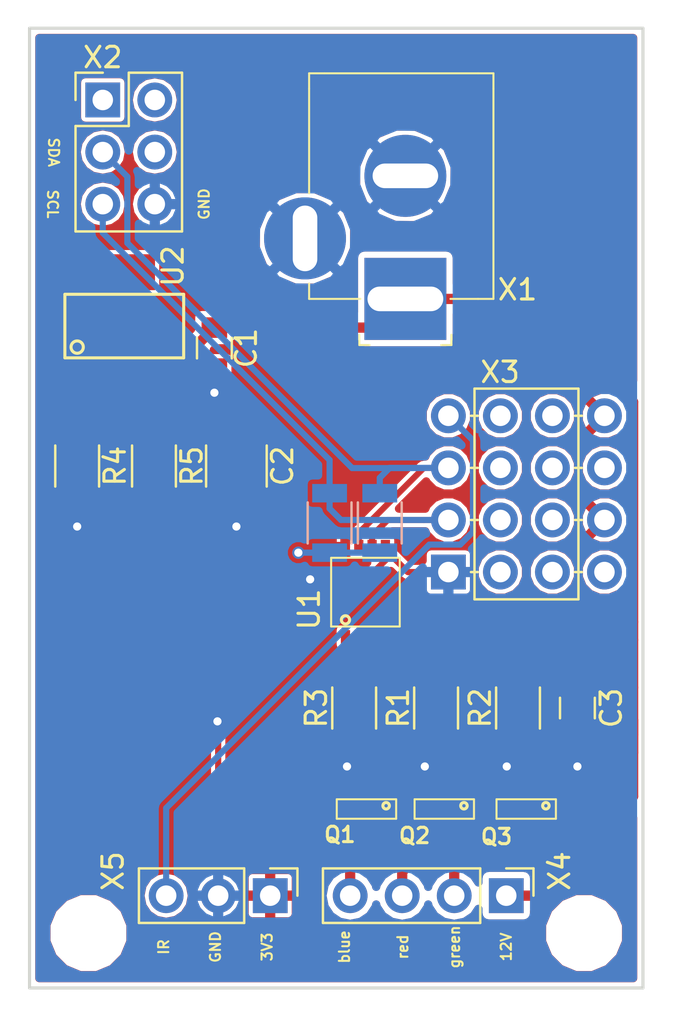
<source format=kicad_pcb>
(kicad_pcb (version 4) (host pcbnew 4.0.3-stable)

  (general
    (links 42)
    (no_connects 0)
    (area 101.924999 83.924999 132.025001 130.875001)
    (thickness 1)
    (drawings 14)
    (tracks 107)
    (zones 0)
    (modules 22)
    (nets 23)
  )

  (page A4)
  (layers
    (0 F.Cu power)
    (31 B.Cu power)
    (32 B.Adhes user)
    (33 F.Adhes user)
    (34 B.Paste user)
    (35 F.Paste user)
    (36 B.SilkS user)
    (37 F.SilkS user)
    (38 B.Mask user)
    (39 F.Mask user)
    (40 Dwgs.User user)
    (41 Cmts.User user)
    (42 Eco1.User user)
    (43 Eco2.User user)
    (44 Edge.Cuts user)
    (45 Margin user)
    (46 B.CrtYd user)
    (47 F.CrtYd user)
    (48 B.Fab user)
    (49 F.Fab user)
  )

  (setup
    (last_trace_width 0.3)
    (trace_clearance 0.2)
    (zone_clearance 0.21)
    (zone_45_only no)
    (trace_min 0.2)
    (segment_width 0.2)
    (edge_width 0.15)
    (via_size 0.6)
    (via_drill 0.4)
    (via_min_size 0.4)
    (via_min_drill 0.3)
    (uvia_size 0.3)
    (uvia_drill 0.1)
    (uvias_allowed no)
    (uvia_min_size 0.2)
    (uvia_min_drill 0.1)
    (pcb_text_width 0.3)
    (pcb_text_size 1.5 1.5)
    (mod_edge_width 0.15)
    (mod_text_size 1 1)
    (mod_text_width 0.15)
    (pad_size 1.7 1.7)
    (pad_drill 1)
    (pad_to_mask_clearance 0.05)
    (aux_axis_origin 0 0)
    (visible_elements 7FFEFFF9)
    (pcbplotparams
      (layerselection 0x00030_80000001)
      (usegerberextensions false)
      (excludeedgelayer true)
      (linewidth 0.100000)
      (plotframeref false)
      (viasonmask false)
      (mode 1)
      (useauxorigin false)
      (hpglpennumber 1)
      (hpglpenspeed 20)
      (hpglpendiameter 15)
      (hpglpenoverlay 2)
      (psnegative false)
      (psa4output false)
      (plotreference true)
      (plotvalue true)
      (plotinvisibletext false)
      (padsonsilk false)
      (subtractmaskfromsilk false)
      (outputformat 1)
      (mirror false)
      (drillshape 1)
      (scaleselection 1)
      (outputdirectory ""))
  )

  (net 0 "")
  (net 1 +12V0)
  (net 2 GND)
  (net 3 +3V3)
  (net 4 "Net-(Q1-Pad1)")
  (net 5 green)
  (net 6 "Net-(Q2-Pad1)")
  (net 7 red)
  (net 8 "Net-(Q3-Pad1)")
  (net 9 blue)
  (net 10 "Net-(R3-Pad2)")
  (net 11 SDA)
  (net 12 "Net-(X2-Pad1)")
  (net 13 "Net-(X2-Pad2)")
  (net 14 "Net-(X2-Pad4)")
  (net 15 "Net-(U1-Pad1)")
  (net 16 "Net-(R1-Pad2)")
  (net 17 "Net-(R2-Pad2)")
  (net 18 SCL)
  (net 19 "Net-(X3-Pad2)")
  (net 20 "Net-(X3-Pad6)")
  (net 21 IR)
  (net 22 "Net-(R4-Pad1)")

  (net_class Default "Dies ist die voreingestellte Netzklasse."
    (clearance 0.2)
    (trace_width 0.3)
    (via_dia 0.6)
    (via_drill 0.4)
    (uvia_dia 0.3)
    (uvia_drill 0.1)
    (add_net +3V3)
    (add_net GND)
    (add_net "Net-(Q1-Pad1)")
    (add_net "Net-(Q2-Pad1)")
    (add_net "Net-(Q3-Pad1)")
    (add_net "Net-(R1-Pad2)")
    (add_net "Net-(R2-Pad2)")
    (add_net "Net-(R3-Pad2)")
    (add_net "Net-(R4-Pad1)")
    (add_net "Net-(U1-Pad1)")
    (add_net "Net-(X2-Pad1)")
    (add_net "Net-(X2-Pad2)")
    (add_net "Net-(X2-Pad4)")
    (add_net "Net-(X3-Pad2)")
    (add_net "Net-(X3-Pad6)")
  )

  (net_class Data ""
    (clearance 0.2)
    (trace_width 0.3)
    (via_dia 0.6)
    (via_drill 0.4)
    (uvia_dia 0.3)
    (uvia_drill 0.1)
    (add_net IR)
    (add_net SCL)
    (add_net SDA)
  )

  (net_class Power ""
    (clearance 0.3)
    (trace_width 0.5)
    (via_dia 0.6)
    (via_drill 0.4)
    (uvia_dia 0.3)
    (uvia_drill 0.1)
    (add_net +12V0)
    (add_net blue)
    (add_net green)
    (add_net red)
  )

  (module Connectors:Pin_Header_Straight_For_ESP-01_2x04_Pitch2.54mm (layer F.Cu) (tedit 595369BF) (tstamp 59413924)
    (at 122.45 102.9)
    (descr "Through hole straight pin header, 2x04, 2.54mm pitch, double rows")
    (tags "Through hole pin header THT 2x04 2.54mm double row")
    (path /5925DE25)
    (fp_text reference X3 (at 2.525 -2.125) (layer F.SilkS)
      (effects (font (size 1 1) (thickness 0.15)))
    )
    (fp_text value 2x4-Pin_Hedaer (at 10.575 4.175 90) (layer F.Fab)
      (effects (font (size 1 1) (thickness 0.15)))
    )
    (fp_line (start 9.42 9.4) (end 9.42 -1.8) (layer F.CrtYd) (width 0.05))
    (fp_line (start -1.8 9.4) (end 9.42 9.4) (layer F.CrtYd) (width 0.05))
    (fp_line (start 6.52 7.62) (end 6.18 7.62) (layer F.SilkS) (width 0.12))
    (fp_line (start 6.52 5.08) (end 6.18 5.08) (layer F.SilkS) (width 0.12))
    (fp_line (start 6.52 0) (end 6.18 0) (layer F.SilkS) (width 0.12))
    (fp_line (start 6.52 2.54) (end 6.18 2.54) (layer F.SilkS) (width 0.12))
    (fp_line (start 1.1 7.62) (end 1.44 7.62) (layer F.SilkS) (width 0.12))
    (fp_line (start 1.1 5.08) (end 1.44 5.08) (layer F.SilkS) (width 0.12))
    (fp_line (start 1.1 0) (end 1.44 0) (layer F.SilkS) (width 0.12))
    (fp_line (start 1.1 2.54) (end 1.44 2.54) (layer F.SilkS) (width 0.12))
    (fp_line (start 1.275 8.95) (end 6.35 8.95) (layer F.SilkS) (width 0.12))
    (fp_line (start 1.275 -1.325) (end 6.35 -1.325) (layer F.SilkS) (width 0.12))
    (fp_line (start 6.35 -1.325) (end 6.35 8.95) (layer F.SilkS) (width 0.12))
    (fp_line (start 1.275 8.95) (end 1.275 -1.325) (layer F.SilkS) (width 0.12))
    (fp_line (start -1.8 -1.8) (end 9.42 -1.8) (layer F.CrtYd) (width 0.05))
    (fp_line (start -1.27 8.89) (end 8.89 8.89) (layer F.Fab) (width 0.1))
    (fp_line (start 8.89 8.89) (end 8.89 -1.27) (layer F.Fab) (width 0.1))
    (fp_line (start 8.89 -1.27) (end -1.27 -1.27) (layer F.Fab) (width 0.1))
    (fp_line (start -1.27 -1.27) (end -1.27 8.89) (layer F.Fab) (width 0.1))
    (fp_line (start -1.8 -1.8) (end -1.8 9.4) (layer F.CrtYd) (width 0.05))
    (fp_text user %R (at 2.525 -2.125) (layer F.Fab)
      (effects (font (size 1 1) (thickness 0.15)))
    )
    (pad 7 thru_hole circle (at 0 0) (size 1.7 1.7) (drill 1) (layers *.Cu *.Mask)
      (net 21 IR))
    (pad "" thru_hole circle (at 2.54 0) (size 1.7 1.7) (drill 1) (layers *.Cu *.Mask))
    (pad 5 thru_hole circle (at 0 2.54) (size 1.7 1.7) (drill 1) (layers *.Cu *.Mask)
      (net 11 SDA))
    (pad "" thru_hole circle (at 2.54 2.54) (size 1.7 1.7) (drill 1) (layers *.Cu *.Mask))
    (pad 3 thru_hole circle (at 0 5.08) (size 1.7 1.7) (drill 1) (layers *.Cu *.Mask)
      (net 18 SCL))
    (pad "" thru_hole circle (at 2.54 5.08) (size 1.7 1.7) (drill 1) (layers *.Cu *.Mask))
    (pad 1 thru_hole rect (at 0 7.62) (size 1.7 1.7) (drill 1) (layers *.Cu *.Mask)
      (net 2 GND))
    (pad "" thru_hole circle (at 2.54 7.62) (size 1.7 1.7) (drill 1) (layers *.Cu *.Mask))
    (pad "" thru_hole circle (at 5.08 7.62) (size 1.7 1.7) (drill 1) (layers *.Cu *.Mask))
    (pad 2 thru_hole circle (at 7.62 7.62) (size 1.7 1.7) (drill 1) (layers *.Cu *.Mask)
      (net 19 "Net-(X3-Pad2)"))
    (pad "" thru_hole circle (at 5.08 5.08) (size 1.7 1.7) (drill 1) (layers *.Cu *.Mask))
    (pad 4 thru_hole circle (at 7.62 5.08) (size 1.7 1.7) (drill 1) (layers *.Cu *.Mask)
      (net 3 +3V3))
    (pad "" thru_hole circle (at 5.08 2.54) (size 1.7 1.7) (drill 1) (layers *.Cu *.Mask))
    (pad 6 thru_hole circle (at 7.62 2.54) (size 1.7 1.7) (drill 1) (layers *.Cu *.Mask)
      (net 20 "Net-(X3-Pad6)"))
    (pad "" thru_hole circle (at 5.08 0) (size 1.7 1.7) (drill 1) (layers *.Cu *.Mask))
    (pad 8 thru_hole circle (at 7.62 0) (size 1.7 1.7) (drill 1) (layers *.Cu *.Mask)
      (net 3 +3V3))
    (model ${KISYS3DMOD}/Pin_Headers.3dshapes/Pin_Header_Straight_2x04_Pitch2.54mm.wrl
      (at (xyz 0.05 -0.15 0))
      (scale (xyz 1 1 1))
      (rotate (xyz 0 0 90))
    )
  )

  (module ICs:LD1117AS33TR (layer F.Cu) (tedit 594A876B) (tstamp 594A5856)
    (at 104.325 101.15)
    (tags LD1117AS33TR)
    (path /59259A37)
    (fp_text reference U2 (at 4.675 -5.55 90) (layer F.SilkS)
      (effects (font (size 1 1) (thickness 0.15)))
    )
    (fp_text value LD1117A (at -2.2 -2.2 90) (layer F.Fab)
      (effects (font (size 1 1) (thickness 0.15)))
    )
    (fp_line (start 5.2 -1.075) (end 5.2 -4.175) (layer F.SilkS) (width 0.15))
    (fp_line (start -0.6 -4.175) (end -0.6 -1.075) (layer F.SilkS) (width 0.15))
    (fp_line (start 5.2 -4.175) (end -0.6 -4.175) (layer F.SilkS) (width 0.15))
    (fp_line (start -0.6 -1.075) (end 5.2 -1.075) (layer F.SilkS) (width 0.15))
    (fp_line (start -0.6 -4.375) (end 5.2 -4.375) (layer F.CrtYd) (width 0.15))
    (fp_line (start -0.6 -0.875) (end 5.2 -0.875) (layer F.CrtYd) (width 0.15))
    (fp_circle (center 0 -1.6) (end 0 -1.9) (layer F.SilkS) (width 0.15))
    (fp_line (start -0.6 -0.875) (end -0.6 -4.374) (layer F.CrtYd) (width 0.15))
    (fp_line (start 5.2 -4.375) (end 5.2 -0.875) (layer F.CrtYd) (width 0.15))
    (pad 1 smd rect (at 0 0) (size 0.7 1.75) (layers F.Cu F.Paste F.Mask)
      (net 22 "Net-(R4-Pad1)"))
    (pad 2 smd rect (at 2.3 0) (size 0.7 1.75) (layers F.Cu F.Paste F.Mask)
      (net 3 +3V3))
    (pad 3 smd rect (at 4.6 0) (size 0.7 1.75) (layers F.Cu F.Paste F.Mask)
      (net 1 +12V0))
    (pad 4 smd rect (at 2.3 -5.25) (size 3 1.75) (layers F.Cu F.Paste F.Mask))
  )

  (module Connectors:DC-10A (layer F.Cu) (tedit 595369A7) (tstamp 594A68E0)
    (at 120.35 97.2)
    (path /59277024)
    (fp_text reference X1 (at 5.475 -0.45) (layer F.SilkS)
      (effects (font (size 1 1) (thickness 0.15)))
    )
    (fp_text value 1x2-Pin_Hedaer (at 5.1444 -5.5001 90) (layer F.Fab)
      (effects (font (size 1 1) (thickness 0.15)))
    )
    (fp_line (start 2.25 2.25) (end 2.25 1.75) (layer F.SilkS) (width 0.1))
    (fp_line (start 2.25 2.25) (end 1.75 2.25) (layer F.SilkS) (width 0.1))
    (fp_line (start 3.55 0) (end 2.2 0) (layer F.SilkS) (width 0.1))
    (fp_line (start -4.7 -10.25) (end -4.7 -5.15) (layer F.SilkS) (width 0.1))
    (fp_line (start -3.95 -11) (end 3.55 -11) (layer F.SilkS) (width 0.1))
    (fp_line (start -2.2 0) (end -4.7 0) (layer F.SilkS) (width 0.1))
    (fp_line (start 4.3 -10.25) (end 4.3 0) (layer F.SilkS) (width 0.1))
    (fp_line (start -2.25 2.25) (end -1.75 2.25) (layer F.SilkS) (width 0.1))
    (fp_line (start -2.25 2.25) (end -2.25 1.75) (layer F.SilkS) (width 0.1))
    (fp_line (start -4.7 -11) (end -3.95 -11) (layer F.SilkS) (width 0.1))
    (fp_line (start 4.3 -11) (end 3.55 -11) (layer F.SilkS) (width 0.1))
    (fp_line (start 4.3 -11) (end 4.3 -10.25) (layer F.SilkS) (width 0.1))
    (fp_line (start -4.7 -11) (end -4.7 -10.25) (layer F.SilkS) (width 0.1))
    (fp_line (start 4.3 0) (end 3.55 0) (layer F.SilkS) (width 0.1))
    (fp_line (start -4.7 0) (end -4.7 -0.75) (layer F.SilkS) (width 0.1))
    (fp_line (start -4.7 -11) (end 4.3 -11) (layer F.CrtYd) (width 0.15))
    (fp_line (start -4.7 0) (end 4.3 0) (layer F.CrtYd) (width 0.15))
    (fp_line (start 4.3 0) (end 4.3 -14.5) (layer F.CrtYd) (width 0.15))
    (fp_line (start 4.3 -14.5) (end -4.7 -14.5) (layer F.CrtYd) (width 0.15))
    (fp_line (start -4.7 -14.5) (end -4.7 0) (layer F.CrtYd) (width 0.15))
    (pad 1 thru_hole rect (at 0 0) (size 4 4) (drill oval 3.7 1.2) (layers *.Cu *.Mask)
      (net 1 +12V0))
    (pad 3 thru_hole circle (at 0 -6) (size 4 4) (drill oval 3.2 1.2) (layers *.Cu *.Mask)
      (net 2 GND))
    (pad 2 thru_hole circle (at -4.9 -2.95) (size 4 4) (drill oval 1.2 3.2) (layers *.Cu *.Mask)
      (net 2 GND))
  )

  (module Connectors:Pin_Header_Straight_2x03_Pitch2.54mm (layer F.Cu) (tedit 595369AC) (tstamp 594106A0)
    (at 105.575 87.5)
    (descr "Through hole straight pin header, 2x03, 2.54mm pitch, double rows")
    (tags "Through hole pin header THT 2x03 2.54mm double row")
    (path /59410045)
    (fp_text reference X2 (at 0 -2.075) (layer F.SilkS)
      (effects (font (size 1 1) (thickness 0.15)))
    )
    (fp_text value 2x3-Pin_Hedaer (at 1.25 -2.375) (layer F.Fab)
      (effects (font (size 1 1) (thickness 0.15)))
    )
    (fp_line (start -1.27 -1.27) (end -1.27 6.35) (layer F.Fab) (width 0.1))
    (fp_line (start -1.27 6.35) (end 3.81 6.35) (layer F.Fab) (width 0.1))
    (fp_line (start 3.81 6.35) (end 3.81 -1.27) (layer F.Fab) (width 0.1))
    (fp_line (start 3.81 -1.27) (end -1.27 -1.27) (layer F.Fab) (width 0.1))
    (fp_line (start -1.33 1.27) (end -1.33 6.41) (layer F.SilkS) (width 0.12))
    (fp_line (start -1.33 6.41) (end 3.87 6.41) (layer F.SilkS) (width 0.12))
    (fp_line (start 3.87 6.41) (end 3.87 -1.33) (layer F.SilkS) (width 0.12))
    (fp_line (start 3.87 -1.33) (end 1.27 -1.33) (layer F.SilkS) (width 0.12))
    (fp_line (start 1.27 -1.33) (end 1.27 1.27) (layer F.SilkS) (width 0.12))
    (fp_line (start 1.27 1.27) (end -1.33 1.27) (layer F.SilkS) (width 0.12))
    (fp_line (start -1.33 0) (end -1.33 -1.33) (layer F.SilkS) (width 0.12))
    (fp_line (start -1.33 -1.33) (end 0 -1.33) (layer F.SilkS) (width 0.12))
    (fp_line (start -1.8 -1.8) (end -1.8 6.85) (layer F.CrtYd) (width 0.05))
    (fp_line (start -1.8 6.85) (end 4.35 6.85) (layer F.CrtYd) (width 0.05))
    (fp_line (start 4.35 6.85) (end 4.35 -1.8) (layer F.CrtYd) (width 0.05))
    (fp_line (start 4.35 -1.8) (end -1.8 -1.8) (layer F.CrtYd) (width 0.05))
    (fp_text user %R (at 0 -2.075) (layer F.Fab)
      (effects (font (size 1 1) (thickness 0.15)))
    )
    (pad 1 thru_hole rect (at 0 0) (size 1.7 1.7) (drill 1) (layers *.Cu *.Mask)
      (net 12 "Net-(X2-Pad1)"))
    (pad 2 thru_hole oval (at 2.54 0) (size 1.7 1.7) (drill 1) (layers *.Cu *.Mask)
      (net 13 "Net-(X2-Pad2)"))
    (pad 3 thru_hole oval (at 0 2.54) (size 1.7 1.7) (drill 1) (layers *.Cu *.Mask)
      (net 11 SDA))
    (pad 4 thru_hole oval (at 2.54 2.54) (size 1.7 1.7) (drill 1) (layers *.Cu *.Mask)
      (net 14 "Net-(X2-Pad4)"))
    (pad 5 thru_hole oval (at 0 5.08) (size 1.7 1.7) (drill 1) (layers *.Cu *.Mask)
      (net 18 SCL))
    (pad 6 thru_hole oval (at 2.54 5.08) (size 1.7 1.7) (drill 1) (layers *.Cu *.Mask)
      (net 2 GND))
    (model ${KISYS3DMOD}/Pin_Headers.3dshapes/Pin_Header_Straight_2x03_Pitch2.54mm.wrl
      (at (xyz 0.05 -0.1 0))
      (scale (xyz 1 1 1))
      (rotate (xyz 0 0 90))
    )
  )

  (module Wire_Pads:SolderWirePad_single_2-5mmDrill (layer F.Cu) (tedit 594A6D60) (tstamp 593F9184)
    (at 129.075 128.125)
    (fp_text reference REF** (at 0 3.575) (layer F.SilkS) hide
      (effects (font (size 1 1) (thickness 0.15)))
    )
    (fp_text value SolderWirePad_single_2-5mmDrill (at 1.27 5.08) (layer F.Fab) hide
      (effects (font (size 1 1) (thickness 0.15)))
    )
    (pad "" np_thru_hole circle (at 0 0) (size 3.3 3.3) (drill 3.3) (layers *.Cu *.Mask))
  )

  (module Wire_Pads:SolderWirePad_single_2-5mmDrill (layer F.Cu) (tedit 594A7418) (tstamp 593F9372)
    (at 104.875 128.125)
    (fp_text reference REF** (at 0 3.625) (layer F.SilkS) hide
      (effects (font (size 1 1) (thickness 0.15)))
    )
    (fp_text value SolderWirePad_single_2-5mmDrill (at 1.27 5.08) (layer F.Fab) hide
      (effects (font (size 1 1) (thickness 0.15)))
    )
    (pad "" np_thru_hole circle (at 0 0) (size 3.3 3.3) (drill 3.3) (layers *.Cu *.Mask))
  )

  (module MOSFET:Si2312BDS (layer F.Cu) (tedit 592D29BE) (tstamp 592C4579)
    (at 127.2 121.075 180)
    (tags Si2312BDS)
    (path /5925656F)
    (fp_text reference Q3 (at 2.4 -2.35 180) (layer F.SilkS)
      (effects (font (size 0.75 0.75) (thickness 0.15)))
    )
    (fp_text value Si2312BDS (at 2.9 -1.08 270) (layer F.Fab)
      (effects (font (size 0.5 0.5) (thickness 0.05)))
    )
    (fp_line (start -0.5 -1.475) (end -0.5 -0.525) (layer F.SilkS) (width 0.1))
    (fp_line (start 2.4 -1.475) (end -0.5 -1.475) (layer F.SilkS) (width 0.1))
    (fp_line (start 2.4 -0.525) (end 2.4 -1.475) (layer F.SilkS) (width 0.1))
    (fp_line (start -0.5 -0.525) (end 2.4 -0.525) (layer F.SilkS) (width 0.1))
    (fp_line (start -0.5 -0.43) (end 2.43 -0.43) (layer F.CrtYd) (width 0.15))
    (fp_line (start 2.43 -0.43) (end 2.43 -1.58) (layer F.CrtYd) (width 0.15))
    (fp_line (start 2.43 -1.58) (end -0.5 -1.58) (layer F.CrtYd) (width 0.15))
    (fp_line (start -0.5 -1.58) (end -0.5 -0.43) (layer F.CrtYd) (width 0.15))
    (fp_circle (center -0.01 -0.84) (end 0.14 -0.79) (layer F.SilkS) (width 0.15))
    (pad 1 smd rect (at 0 0 180) (size 0.559 0.724) (layers F.Cu F.Paste F.Mask)
      (net 8 "Net-(Q3-Pad1)"))
    (pad 2 smd rect (at 1.9 0 180) (size 0.559 0.724) (layers F.Cu F.Paste F.Mask)
      (net 2 GND))
    (pad 3 smd rect (at 0.95 -2 180) (size 0.559 0.724) (layers F.Cu F.Paste F.Mask)
      (net 5 green))
  )

  (module Capacitors_SMD:C_0805 (layer F.Cu) (tedit 59491718) (tstamp 592C4543)
    (at 111.025 99.6 270)
    (descr "Capacitor SMD 0805, reflow soldering, AVX (see smccp.pdf)")
    (tags "capacitor 0805")
    (path /5925BAAD)
    (attr smd)
    (fp_text reference C1 (at 0 -1.55 270) (layer F.SilkS)
      (effects (font (size 1 1) (thickness 0.15)))
    )
    (fp_text value 100n (at -0.015 1.535 270) (layer F.Fab)
      (effects (font (size 1 1) (thickness 0.15)))
    )
    (fp_text user %R (at 0 -1.55 270) (layer F.Fab)
      (effects (font (size 1 1) (thickness 0.15)))
    )
    (fp_line (start -1 0.62) (end -1 -0.62) (layer F.Fab) (width 0.1))
    (fp_line (start 1 0.62) (end -1 0.62) (layer F.Fab) (width 0.1))
    (fp_line (start 1 -0.62) (end 1 0.62) (layer F.Fab) (width 0.1))
    (fp_line (start -1 -0.62) (end 1 -0.62) (layer F.Fab) (width 0.1))
    (fp_line (start 0.5 -0.85) (end -0.5 -0.85) (layer F.SilkS) (width 0.12))
    (fp_line (start -0.5 0.85) (end 0.5 0.85) (layer F.SilkS) (width 0.12))
    (fp_line (start -1.75 -0.88) (end 1.75 -0.88) (layer F.CrtYd) (width 0.05))
    (fp_line (start -1.75 -0.88) (end -1.75 0.87) (layer F.CrtYd) (width 0.05))
    (fp_line (start 1.75 0.87) (end 1.75 -0.88) (layer F.CrtYd) (width 0.05))
    (fp_line (start 1.75 0.87) (end -1.75 0.87) (layer F.CrtYd) (width 0.05))
    (pad 1 smd rect (at -1 0 270) (size 1 1.25) (layers F.Cu F.Paste F.Mask)
      (net 1 +12V0))
    (pad 2 smd rect (at 1 0 270) (size 1 1.25) (layers F.Cu F.Paste F.Mask)
      (net 2 GND))
    (model Capacitors_SMD.3dshapes/C_0805.wrl
      (at (xyz 0 0 0))
      (scale (xyz 1 1 1))
      (rotate (xyz 0 0 0))
    )
  )

  (module Capacitors_SMD:C_1210 (layer F.Cu) (tedit 59411E38) (tstamp 592C4549)
    (at 112.1 105.35 270)
    (descr "Capacitor SMD 1210, reflow soldering, AVX (see smccp.pdf)")
    (tags "capacitor 1210")
    (path /5925BB39)
    (attr smd)
    (fp_text reference C2 (at 0 -2.25 270) (layer F.SilkS)
      (effects (font (size 1 1) (thickness 0.15)))
    )
    (fp_text value 10u (at 0 -2.265 270) (layer F.Fab)
      (effects (font (size 1 1) (thickness 0.15)))
    )
    (fp_text user %R (at 0 0 360) (layer F.Fab)
      (effects (font (size 1 1) (thickness 0.15)))
    )
    (fp_line (start -1.6 1.25) (end -1.6 -1.25) (layer F.Fab) (width 0.1))
    (fp_line (start 1.6 1.25) (end -1.6 1.25) (layer F.Fab) (width 0.1))
    (fp_line (start 1.6 -1.25) (end 1.6 1.25) (layer F.Fab) (width 0.1))
    (fp_line (start -1.6 -1.25) (end 1.6 -1.25) (layer F.Fab) (width 0.1))
    (fp_line (start 1 -1.48) (end -1 -1.48) (layer F.SilkS) (width 0.12))
    (fp_line (start -1 1.48) (end 1 1.48) (layer F.SilkS) (width 0.12))
    (fp_line (start -2.25 -1.5) (end 2.25 -1.5) (layer F.CrtYd) (width 0.05))
    (fp_line (start -2.25 -1.5) (end -2.25 1.5) (layer F.CrtYd) (width 0.05))
    (fp_line (start 2.25 1.5) (end 2.25 -1.5) (layer F.CrtYd) (width 0.05))
    (fp_line (start 2.25 1.5) (end -2.25 1.5) (layer F.CrtYd) (width 0.05))
    (pad 1 smd rect (at -1.5 0 270) (size 1 2.5) (layers F.Cu F.Paste F.Mask)
      (net 3 +3V3))
    (pad 2 smd rect (at 1.5 0 270) (size 1 2.5) (layers F.Cu F.Paste F.Mask)
      (net 2 GND))
    (model Capacitors_SMD.3dshapes/C_1210.wrl
      (at (xyz 0 0 0))
      (scale (xyz 1 1 1))
      (rotate (xyz 0 0 0))
    )
  )

  (module MOSFET:Si2312BDS (layer F.Cu) (tedit 59439E86) (tstamp 592C4559)
    (at 119.4 121.075 180)
    (tags Si2312BDS)
    (path /59256767)
    (fp_text reference Q1 (at 2.25 -2.25 180) (layer F.SilkS)
      (effects (font (size 0.75 0.75) (thickness 0.15)))
    )
    (fp_text value Si2312BDS (at 2.9 -1.08 270) (layer F.Fab)
      (effects (font (size 0.5 0.5) (thickness 0.05)))
    )
    (fp_line (start -0.5 -1.475) (end -0.5 -0.525) (layer F.SilkS) (width 0.1))
    (fp_line (start 2.4 -1.475) (end -0.5 -1.475) (layer F.SilkS) (width 0.1))
    (fp_line (start 2.4 -0.525) (end 2.4 -1.475) (layer F.SilkS) (width 0.1))
    (fp_line (start -0.5 -0.525) (end 2.4 -0.525) (layer F.SilkS) (width 0.1))
    (fp_line (start -0.5 -0.43) (end 2.43 -0.43) (layer F.CrtYd) (width 0.15))
    (fp_line (start 2.43 -0.43) (end 2.43 -1.58) (layer F.CrtYd) (width 0.15))
    (fp_line (start 2.43 -1.58) (end -0.5 -1.58) (layer F.CrtYd) (width 0.15))
    (fp_line (start -0.5 -1.58) (end -0.5 -0.43) (layer F.CrtYd) (width 0.15))
    (fp_circle (center -0.01 -0.84) (end 0.14 -0.79) (layer F.SilkS) (width 0.15))
    (pad 1 smd rect (at 0 0 180) (size 0.559 0.724) (layers F.Cu F.Paste F.Mask)
      (net 4 "Net-(Q1-Pad1)"))
    (pad 2 smd rect (at 1.9 0 180) (size 0.559 0.724) (layers F.Cu F.Paste F.Mask)
      (net 2 GND))
    (pad 3 smd rect (at 0.95 -2 180) (size 0.559 0.724) (layers F.Cu F.Paste F.Mask)
      (net 9 blue))
  )

  (module MOSFET:Si2312BDS (layer F.Cu) (tedit 592D29B3) (tstamp 592C4569)
    (at 123.2 121.075 180)
    (tags Si2312BDS)
    (path /5925670C)
    (fp_text reference Q2 (at 2.4 -2.3 180) (layer F.SilkS)
      (effects (font (size 0.75 0.75) (thickness 0.15)))
    )
    (fp_text value Si2312BDS (at 2.9 -1.08 270) (layer F.Fab)
      (effects (font (size 0.5 0.5) (thickness 0.05)))
    )
    (fp_line (start -0.5 -1.475) (end -0.5 -0.525) (layer F.SilkS) (width 0.1))
    (fp_line (start 2.4 -1.475) (end -0.5 -1.475) (layer F.SilkS) (width 0.1))
    (fp_line (start 2.4 -0.525) (end 2.4 -1.475) (layer F.SilkS) (width 0.1))
    (fp_line (start -0.5 -0.525) (end 2.4 -0.525) (layer F.SilkS) (width 0.1))
    (fp_line (start -0.5 -0.43) (end 2.43 -0.43) (layer F.CrtYd) (width 0.15))
    (fp_line (start 2.43 -0.43) (end 2.43 -1.58) (layer F.CrtYd) (width 0.15))
    (fp_line (start 2.43 -1.58) (end -0.5 -1.58) (layer F.CrtYd) (width 0.15))
    (fp_line (start -0.5 -1.58) (end -0.5 -0.43) (layer F.CrtYd) (width 0.15))
    (fp_circle (center -0.01 -0.84) (end 0.14 -0.79) (layer F.SilkS) (width 0.15))
    (pad 1 smd rect (at 0 0 180) (size 0.559 0.724) (layers F.Cu F.Paste F.Mask)
      (net 6 "Net-(Q2-Pad1)"))
    (pad 2 smd rect (at 1.9 0 180) (size 0.559 0.724) (layers F.Cu F.Paste F.Mask)
      (net 2 GND))
    (pad 3 smd rect (at 0.95 -2 180) (size 0.559 0.724) (layers F.Cu F.Paste F.Mask)
      (net 7 red))
  )

  (module Resistors_SMD:R_1206 (layer F.Cu) (tedit 58E0A804) (tstamp 592C457F)
    (at 121.85 117.15 90)
    (descr "Resistor SMD 1206, reflow soldering, Vishay (see dcrcw.pdf)")
    (tags "resistor 1206")
    (path /59256FE7)
    (attr smd)
    (fp_text reference R1 (at 0 -1.85 90) (layer F.SilkS)
      (effects (font (size 1 1) (thickness 0.15)))
    )
    (fp_text value 100 (at 0 1.95 90) (layer F.Fab)
      (effects (font (size 1 1) (thickness 0.15)))
    )
    (fp_text user %R (at 0 0 90) (layer F.Fab)
      (effects (font (size 0.7 0.7) (thickness 0.105)))
    )
    (fp_line (start -1.6 0.8) (end -1.6 -0.8) (layer F.Fab) (width 0.1))
    (fp_line (start 1.6 0.8) (end -1.6 0.8) (layer F.Fab) (width 0.1))
    (fp_line (start 1.6 -0.8) (end 1.6 0.8) (layer F.Fab) (width 0.1))
    (fp_line (start -1.6 -0.8) (end 1.6 -0.8) (layer F.Fab) (width 0.1))
    (fp_line (start 1 1.07) (end -1 1.07) (layer F.SilkS) (width 0.12))
    (fp_line (start -1 -1.07) (end 1 -1.07) (layer F.SilkS) (width 0.12))
    (fp_line (start -2.15 -1.11) (end 2.15 -1.11) (layer F.CrtYd) (width 0.05))
    (fp_line (start -2.15 -1.11) (end -2.15 1.1) (layer F.CrtYd) (width 0.05))
    (fp_line (start 2.15 1.1) (end 2.15 -1.11) (layer F.CrtYd) (width 0.05))
    (fp_line (start 2.15 1.1) (end -2.15 1.1) (layer F.CrtYd) (width 0.05))
    (pad 1 smd rect (at -1.45 0 90) (size 0.9 1.7) (layers F.Cu F.Paste F.Mask)
      (net 6 "Net-(Q2-Pad1)"))
    (pad 2 smd rect (at 1.45 0 90) (size 0.9 1.7) (layers F.Cu F.Paste F.Mask)
      (net 16 "Net-(R1-Pad2)"))
    (model ${KISYS3DMOD}/Resistors_SMD.3dshapes/R_1206.wrl
      (at (xyz 0 0 0))
      (scale (xyz 1 1 1))
      (rotate (xyz 0 0 0))
    )
  )

  (module Resistors_SMD:R_1206 (layer F.Cu) (tedit 58E0A804) (tstamp 592C4585)
    (at 125.85 117.15 90)
    (descr "Resistor SMD 1206, reflow soldering, Vishay (see dcrcw.pdf)")
    (tags "resistor 1206")
    (path /59256E85)
    (attr smd)
    (fp_text reference R2 (at 0 -1.85 90) (layer F.SilkS)
      (effects (font (size 1 1) (thickness 0.15)))
    )
    (fp_text value 100 (at 0 1.95 90) (layer F.Fab)
      (effects (font (size 1 1) (thickness 0.15)))
    )
    (fp_text user %R (at 0 0 90) (layer F.Fab)
      (effects (font (size 0.7 0.7) (thickness 0.105)))
    )
    (fp_line (start -1.6 0.8) (end -1.6 -0.8) (layer F.Fab) (width 0.1))
    (fp_line (start 1.6 0.8) (end -1.6 0.8) (layer F.Fab) (width 0.1))
    (fp_line (start 1.6 -0.8) (end 1.6 0.8) (layer F.Fab) (width 0.1))
    (fp_line (start -1.6 -0.8) (end 1.6 -0.8) (layer F.Fab) (width 0.1))
    (fp_line (start 1 1.07) (end -1 1.07) (layer F.SilkS) (width 0.12))
    (fp_line (start -1 -1.07) (end 1 -1.07) (layer F.SilkS) (width 0.12))
    (fp_line (start -2.15 -1.11) (end 2.15 -1.11) (layer F.CrtYd) (width 0.05))
    (fp_line (start -2.15 -1.11) (end -2.15 1.1) (layer F.CrtYd) (width 0.05))
    (fp_line (start 2.15 1.1) (end 2.15 -1.11) (layer F.CrtYd) (width 0.05))
    (fp_line (start 2.15 1.1) (end -2.15 1.1) (layer F.CrtYd) (width 0.05))
    (pad 1 smd rect (at -1.45 0 90) (size 0.9 1.7) (layers F.Cu F.Paste F.Mask)
      (net 8 "Net-(Q3-Pad1)"))
    (pad 2 smd rect (at 1.45 0 90) (size 0.9 1.7) (layers F.Cu F.Paste F.Mask)
      (net 17 "Net-(R2-Pad2)"))
    (model ${KISYS3DMOD}/Resistors_SMD.3dshapes/R_1206.wrl
      (at (xyz 0 0 0))
      (scale (xyz 1 1 1))
      (rotate (xyz 0 0 0))
    )
  )

  (module Resistors_SMD:R_1206 (layer F.Cu) (tedit 59439E7E) (tstamp 592C458B)
    (at 117.85 117.15 90)
    (descr "Resistor SMD 1206, reflow soldering, Vishay (see dcrcw.pdf)")
    (tags "resistor 1206")
    (path /59257205)
    (attr smd)
    (fp_text reference R3 (at 0 -1.85 90) (layer F.SilkS)
      (effects (font (size 1 1) (thickness 0.15)))
    )
    (fp_text value 100 (at 0 1.95 90) (layer F.Fab)
      (effects (font (size 1 1) (thickness 0.15)))
    )
    (fp_text user %R (at 0 0 90) (layer F.Fab)
      (effects (font (size 0.7 0.7) (thickness 0.105)))
    )
    (fp_line (start -1.6 0.8) (end -1.6 -0.8) (layer F.Fab) (width 0.1))
    (fp_line (start 1.6 0.8) (end -1.6 0.8) (layer F.Fab) (width 0.1))
    (fp_line (start 1.6 -0.8) (end 1.6 0.8) (layer F.Fab) (width 0.1))
    (fp_line (start -1.6 -0.8) (end 1.6 -0.8) (layer F.Fab) (width 0.1))
    (fp_line (start 1 1.07) (end -1 1.07) (layer F.SilkS) (width 0.12))
    (fp_line (start -1 -1.07) (end 1 -1.07) (layer F.SilkS) (width 0.12))
    (fp_line (start -2.15 -1.11) (end 2.15 -1.11) (layer F.CrtYd) (width 0.05))
    (fp_line (start -2.15 -1.11) (end -2.15 1.1) (layer F.CrtYd) (width 0.05))
    (fp_line (start 2.15 1.1) (end 2.15 -1.11) (layer F.CrtYd) (width 0.05))
    (fp_line (start 2.15 1.1) (end -2.15 1.1) (layer F.CrtYd) (width 0.05))
    (pad 1 smd rect (at -1.45 0 90) (size 0.9 1.7) (layers F.Cu F.Paste F.Mask)
      (net 4 "Net-(Q1-Pad1)"))
    (pad 2 smd rect (at 1.45 0 90) (size 0.9 1.7) (layers F.Cu F.Paste F.Mask)
      (net 10 "Net-(R3-Pad2)"))
    (model ${KISYS3DMOD}/Resistors_SMD.3dshapes/R_1206.wrl
      (at (xyz 0 0 0))
      (scale (xyz 1 1 1))
      (rotate (xyz 0 0 0))
    )
  )

  (module ICs:PCA9633DP1 (layer F.Cu) (tedit 59411E93) (tstamp 592C45A0)
    (at 117.425 113.7)
    (tags PCA9633DP1)
    (path /59256440)
    (fp_text reference U1 (at -1.775 -1.36 90) (layer F.SilkS)
      (effects (font (size 1 1) (thickness 0.15)))
    )
    (fp_text value PCA9633DP1 (at -1.775 -1.675 90) (layer F.Fab)
      (effects (font (size 1 1) (thickness 0.15)))
    )
    (fp_line (start -0.7 -3.875) (end -0.7 -0.525) (layer F.SilkS) (width 0.1))
    (fp_line (start 2.65 -3.875) (end -0.7 -3.875) (layer F.SilkS) (width 0.1))
    (fp_line (start 2.65 -0.525) (end 2.65 -3.875) (layer F.SilkS) (width 0.1))
    (fp_line (start -0.7 -0.525) (end 2.65 -0.525) (layer F.SilkS) (width 0.1))
    (fp_line (start -0.7 -3.875) (end -0.7 -0.525) (layer F.CrtYd) (width 0.15))
    (fp_line (start 2.65 -3.875) (end -0.7 -3.875) (layer F.CrtYd) (width 0.15))
    (fp_line (start 2.65 -0.525) (end 2.65 -3.875) (layer F.CrtYd) (width 0.15))
    (fp_line (start -0.7 -0.525) (end 2.65 -0.525) (layer F.CrtYd) (width 0.15))
    (fp_circle (center 0 -0.85) (end 0 -0.65) (layer F.SilkS) (width 0.15))
    (pad 1 smd rect (at 0 0) (size 0.45 0.7) (layers F.Cu F.Paste F.Mask)
      (net 15 "Net-(U1-Pad1)"))
    (pad 2 smd rect (at 0.65 0) (size 0.45 0.7) (layers F.Cu F.Paste F.Mask)
      (net 10 "Net-(R3-Pad2)"))
    (pad 3 smd rect (at 1.3 0) (size 0.45 0.7) (layers F.Cu F.Paste F.Mask)
      (net 16 "Net-(R1-Pad2)"))
    (pad 4 smd rect (at 1.95 0) (size 0.45 0.7) (layers F.Cu F.Paste F.Mask)
      (net 17 "Net-(R2-Pad2)"))
    (pad 5 smd rect (at 1.95 -4.4) (size 0.45 0.7) (layers F.Cu F.Paste F.Mask)
      (net 2 GND))
    (pad 6 smd rect (at 1.3 -4.4) (size 0.45 0.7) (layers F.Cu F.Paste F.Mask)
      (net 18 SCL))
    (pad 7 smd rect (at 0.65 -4.4) (size 0.45 0.7) (layers F.Cu F.Paste F.Mask)
      (net 11 SDA))
    (pad 8 smd rect (at 0 -4.4) (size 0.45 0.7) (layers F.Cu F.Paste F.Mask)
      (net 3 +3V3))
  )

  (module Connectors:Pin_Header_Straight_1x03_Pitch2.54mm (layer F.Cu) (tedit 595369C8) (tstamp 593E583F)
    (at 113.75 126.3 270)
    (descr "Through hole straight pin header, 1x03, 2.54mm pitch, single row")
    (tags "Through hole pin header THT 1x03 2.54mm single row")
    (path /592D944A)
    (fp_text reference X5 (at -1.2 7.675 270) (layer F.SilkS)
      (effects (font (size 1 1) (thickness 0.15)))
    )
    (fp_text value 1x3-Pin_Hedaer (at 0 7.41 270) (layer F.Fab)
      (effects (font (size 1 1) (thickness 0.15)))
    )
    (fp_line (start -1.27 -1.27) (end -1.27 6.35) (layer F.Fab) (width 0.1))
    (fp_line (start -1.27 6.35) (end 1.27 6.35) (layer F.Fab) (width 0.1))
    (fp_line (start 1.27 6.35) (end 1.27 -1.27) (layer F.Fab) (width 0.1))
    (fp_line (start 1.27 -1.27) (end -1.27 -1.27) (layer F.Fab) (width 0.1))
    (fp_line (start -1.33 1.27) (end -1.33 6.41) (layer F.SilkS) (width 0.12))
    (fp_line (start -1.33 6.41) (end 1.33 6.41) (layer F.SilkS) (width 0.12))
    (fp_line (start 1.33 6.41) (end 1.33 1.27) (layer F.SilkS) (width 0.12))
    (fp_line (start 1.33 1.27) (end -1.33 1.27) (layer F.SilkS) (width 0.12))
    (fp_line (start -1.33 0) (end -1.33 -1.33) (layer F.SilkS) (width 0.12))
    (fp_line (start -1.33 -1.33) (end 0 -1.33) (layer F.SilkS) (width 0.12))
    (fp_line (start -1.8 -1.8) (end -1.8 6.85) (layer F.CrtYd) (width 0.05))
    (fp_line (start -1.8 6.85) (end 1.8 6.85) (layer F.CrtYd) (width 0.05))
    (fp_line (start 1.8 6.85) (end 1.8 -1.8) (layer F.CrtYd) (width 0.05))
    (fp_line (start 1.8 -1.8) (end -1.8 -1.8) (layer F.CrtYd) (width 0.05))
    (fp_text user %R (at -1.2 7.675 270) (layer F.Fab)
      (effects (font (size 1 1) (thickness 0.15)))
    )
    (pad 1 thru_hole rect (at 0 0 270) (size 1.7 1.7) (drill 1) (layers *.Cu *.Mask)
      (net 3 +3V3))
    (pad 2 thru_hole oval (at 0 2.54 270) (size 1.7 1.7) (drill 1) (layers *.Cu *.Mask)
      (net 2 GND))
    (pad 3 thru_hole oval (at 0 5.08 270) (size 1.7 1.7) (drill 1) (layers *.Cu *.Mask)
      (net 21 IR))
    (model ${KISYS3DMOD}/Pin_Headers.3dshapes/Pin_Header_Straight_1x03_Pitch2.54mm.wrl
      (at (xyz 0 -0.1 0))
      (scale (xyz 1 1 1))
      (rotate (xyz 0 0 90))
    )
  )

  (module Connectors:Pin_Header_Straight_1x04_Pitch2.54mm (layer F.Cu) (tedit 594A2F54) (tstamp 593E586B)
    (at 125.275 126.3 270)
    (descr "Through hole straight pin header, 1x04, 2.54mm pitch, single row")
    (tags "Through hole pin header THT 1x04 2.54mm single row")
    (path /59275335)
    (fp_text reference X4 (at -1.2 -2.6 270) (layer F.SilkS)
      (effects (font (size 1 1) (thickness 0.15)))
    )
    (fp_text value 1x4-Pin_Hedaer (at 0 9.95 270) (layer F.Fab)
      (effects (font (size 1 1) (thickness 0.15)))
    )
    (fp_line (start -1.27 -1.27) (end -1.27 8.89) (layer F.Fab) (width 0.1))
    (fp_line (start -1.27 8.89) (end 1.27 8.89) (layer F.Fab) (width 0.1))
    (fp_line (start 1.27 8.89) (end 1.27 -1.27) (layer F.Fab) (width 0.1))
    (fp_line (start 1.27 -1.27) (end -1.27 -1.27) (layer F.Fab) (width 0.1))
    (fp_line (start -1.33 1.27) (end -1.33 8.95) (layer F.SilkS) (width 0.12))
    (fp_line (start -1.33 8.95) (end 1.33 8.95) (layer F.SilkS) (width 0.12))
    (fp_line (start 1.33 8.95) (end 1.33 1.27) (layer F.SilkS) (width 0.12))
    (fp_line (start 1.33 1.27) (end -1.33 1.27) (layer F.SilkS) (width 0.12))
    (fp_line (start -1.33 0) (end -1.33 -1.33) (layer F.SilkS) (width 0.12))
    (fp_line (start -1.33 -1.33) (end 0 -1.33) (layer F.SilkS) (width 0.12))
    (fp_line (start -1.8 -1.8) (end -1.8 9.4) (layer F.CrtYd) (width 0.05))
    (fp_line (start -1.8 9.4) (end 1.8 9.4) (layer F.CrtYd) (width 0.05))
    (fp_line (start 1.8 9.4) (end 1.8 -1.8) (layer F.CrtYd) (width 0.05))
    (fp_line (start 1.8 -1.8) (end -1.8 -1.8) (layer F.CrtYd) (width 0.05))
    (fp_text user %R (at -1.2 -2.6 270) (layer F.Fab)
      (effects (font (size 1 1) (thickness 0.15)))
    )
    (pad 1 thru_hole rect (at 0 0 270) (size 1.7 1.7) (drill 1) (layers *.Cu *.Mask)
      (net 1 +12V0))
    (pad 2 thru_hole oval (at 0 2.54 270) (size 1.7 1.7) (drill 1) (layers *.Cu *.Mask)
      (net 5 green))
    (pad 3 thru_hole oval (at 0 5.08 270) (size 1.7 1.7) (drill 1) (layers *.Cu *.Mask)
      (net 7 red))
    (pad 4 thru_hole oval (at 0 7.62 270) (size 1.7 1.7) (drill 1) (layers *.Cu *.Mask)
      (net 9 blue))
    (model ${KISYS3DMOD}/Pin_Headers.3dshapes/Pin_Header_Straight_1x04_Pitch2.54mm.wrl
      (at (xyz 0 -0.15 0))
      (scale (xyz 1 1 1))
      (rotate (xyz 0 0 90))
    )
  )

  (module Resistors_SMD:R_1206 (layer F.Cu) (tedit 58E0A804) (tstamp 594CC759)
    (at 104.325 105.35 270)
    (descr "Resistor SMD 1206, reflow soldering, Vishay (see dcrcw.pdf)")
    (tags "resistor 1206")
    (path /594CD252)
    (attr smd)
    (fp_text reference R4 (at 0 -1.85 270) (layer F.SilkS)
      (effects (font (size 1 1) (thickness 0.15)))
    )
    (fp_text value 0 (at 0 1.95 270) (layer F.Fab)
      (effects (font (size 1 1) (thickness 0.15)))
    )
    (fp_text user %R (at 0 0 270) (layer F.Fab)
      (effects (font (size 0.7 0.7) (thickness 0.105)))
    )
    (fp_line (start -1.6 0.8) (end -1.6 -0.8) (layer F.Fab) (width 0.1))
    (fp_line (start 1.6 0.8) (end -1.6 0.8) (layer F.Fab) (width 0.1))
    (fp_line (start 1.6 -0.8) (end 1.6 0.8) (layer F.Fab) (width 0.1))
    (fp_line (start -1.6 -0.8) (end 1.6 -0.8) (layer F.Fab) (width 0.1))
    (fp_line (start 1 1.07) (end -1 1.07) (layer F.SilkS) (width 0.12))
    (fp_line (start -1 -1.07) (end 1 -1.07) (layer F.SilkS) (width 0.12))
    (fp_line (start -2.15 -1.11) (end 2.15 -1.11) (layer F.CrtYd) (width 0.05))
    (fp_line (start -2.15 -1.11) (end -2.15 1.1) (layer F.CrtYd) (width 0.05))
    (fp_line (start 2.15 1.1) (end 2.15 -1.11) (layer F.CrtYd) (width 0.05))
    (fp_line (start 2.15 1.1) (end -2.15 1.1) (layer F.CrtYd) (width 0.05))
    (pad 1 smd rect (at -1.45 0 270) (size 0.9 1.7) (layers F.Cu F.Paste F.Mask)
      (net 22 "Net-(R4-Pad1)"))
    (pad 2 smd rect (at 1.45 0 270) (size 0.9 1.7) (layers F.Cu F.Paste F.Mask)
      (net 2 GND))
    (model ${KISYS3DMOD}/Resistors_SMD.3dshapes/R_1206.wrl
      (at (xyz 0 0 0))
      (scale (xyz 1 1 1))
      (rotate (xyz 0 0 0))
    )
  )

  (module Resistors_SMD:R_1206 (layer F.Cu) (tedit 594CC77E) (tstamp 594CC75F)
    (at 108.075 105.35 270)
    (descr "Resistor SMD 1206, reflow soldering, Vishay (see dcrcw.pdf)")
    (tags "resistor 1206")
    (path /594CFBAC)
    (attr smd)
    (fp_text reference R5 (at 0 -1.85 270) (layer F.SilkS)
      (effects (font (size 1 1) (thickness 0.15)))
    )
    (fp_text value No-R (at 0 1.95 270) (layer F.Fab)
      (effects (font (size 1 1) (thickness 0.15)))
    )
    (fp_text user %R (at 0 0 270) (layer F.Fab)
      (effects (font (size 0.7 0.7) (thickness 0.105)))
    )
    (fp_line (start -1.6 0.8) (end -1.6 -0.8) (layer F.Fab) (width 0.1))
    (fp_line (start 1.6 0.8) (end -1.6 0.8) (layer F.Fab) (width 0.1))
    (fp_line (start 1.6 -0.8) (end 1.6 0.8) (layer F.Fab) (width 0.1))
    (fp_line (start -1.6 -0.8) (end 1.6 -0.8) (layer F.Fab) (width 0.1))
    (fp_line (start 1 1.07) (end -1 1.07) (layer F.SilkS) (width 0.12))
    (fp_line (start -1 -1.07) (end 1 -1.07) (layer F.SilkS) (width 0.12))
    (fp_line (start -2.15 -1.11) (end 2.15 -1.11) (layer F.CrtYd) (width 0.05))
    (fp_line (start -2.15 -1.11) (end -2.15 1.1) (layer F.CrtYd) (width 0.05))
    (fp_line (start 2.15 1.1) (end 2.15 -1.11) (layer F.CrtYd) (width 0.05))
    (fp_line (start 2.15 1.1) (end -2.15 1.1) (layer F.CrtYd) (width 0.05))
    (pad 1 smd rect (at -1.45 0 270) (size 0.9 1.7) (layers F.Cu F.Paste F.Mask)
      (net 3 +3V3))
    (pad 2 smd rect (at 1.45 0 270) (size 0.9 1.7) (layers F.Cu F.Paste F.Mask)
      (net 22 "Net-(R4-Pad1)"))
    (model ${KISYS3DMOD}/Resistors_SMD.3dshapes/R_1206.wrl
      (at (xyz 0 0 0))
      (scale (xyz 1 1 1))
      (rotate (xyz 0 0 0))
    )
  )

  (module Capacitors_SMD:C_0805 (layer F.Cu) (tedit 5950BD4A) (tstamp 5950C113)
    (at 128.75 117.15 270)
    (descr "Capacitor SMD 0805, reflow soldering, AVX (see smccp.pdf)")
    (tags "capacitor 0805")
    (path /5950C8FC)
    (attr smd)
    (fp_text reference C3 (at 0 -1.65 270) (layer F.SilkS)
      (effects (font (size 1 1) (thickness 0.15)))
    )
    (fp_text value 100n (at 0 1.75 270) (layer F.Fab)
      (effects (font (size 1 1) (thickness 0.15)))
    )
    (fp_text user %R (at 0 -1.65 270) (layer F.Fab)
      (effects (font (size 1 1) (thickness 0.15)))
    )
    (fp_line (start -1 0.62) (end -1 -0.62) (layer F.Fab) (width 0.1))
    (fp_line (start 1 0.62) (end -1 0.62) (layer F.Fab) (width 0.1))
    (fp_line (start 1 -0.62) (end 1 0.62) (layer F.Fab) (width 0.1))
    (fp_line (start -1 -0.62) (end 1 -0.62) (layer F.Fab) (width 0.1))
    (fp_line (start 0.5 -0.85) (end -0.5 -0.85) (layer F.SilkS) (width 0.12))
    (fp_line (start -0.5 0.85) (end 0.5 0.85) (layer F.SilkS) (width 0.12))
    (fp_line (start -1.75 -0.88) (end 1.75 -0.88) (layer F.CrtYd) (width 0.05))
    (fp_line (start -1.75 -0.88) (end -1.75 0.87) (layer F.CrtYd) (width 0.05))
    (fp_line (start 1.75 0.87) (end 1.75 -0.88) (layer F.CrtYd) (width 0.05))
    (fp_line (start 1.75 0.87) (end -1.75 0.87) (layer F.CrtYd) (width 0.05))
    (pad 1 smd rect (at -1 0 270) (size 1 1.25) (layers F.Cu F.Paste F.Mask)
      (net 1 +12V0))
    (pad 2 smd rect (at 1 0 270) (size 1 1.25) (layers F.Cu F.Paste F.Mask)
      (net 2 GND))
    (model Capacitors_SMD.3dshapes/C_0805.wrl
      (at (xyz 0 0 0))
      (scale (xyz 1 1 1))
      (rotate (xyz 0 0 0))
    )
  )

  (module Resistors_SMD:R_1206 (layer B.Cu) (tedit 5951188A) (tstamp 595118BD)
    (at 116.65 108.125 90)
    (descr "Resistor SMD 1206, reflow soldering, Vishay (see dcrcw.pdf)")
    (tags "resistor 1206")
    (path /59515CBC)
    (attr smd)
    (fp_text reference R6 (at 0 1.85 90) (layer B.SilkS) hide
      (effects (font (size 1 1) (thickness 0.15)) (justify mirror))
    )
    (fp_text value No-R (at 0 -1.95 90) (layer B.Fab)
      (effects (font (size 1 1) (thickness 0.15)) (justify mirror))
    )
    (fp_text user %R (at 0 0 90) (layer B.Fab)
      (effects (font (size 0.7 0.7) (thickness 0.105)) (justify mirror))
    )
    (fp_line (start -1.6 -0.8) (end -1.6 0.8) (layer B.Fab) (width 0.1))
    (fp_line (start 1.6 -0.8) (end -1.6 -0.8) (layer B.Fab) (width 0.1))
    (fp_line (start 1.6 0.8) (end 1.6 -0.8) (layer B.Fab) (width 0.1))
    (fp_line (start -1.6 0.8) (end 1.6 0.8) (layer B.Fab) (width 0.1))
    (fp_line (start 1 -1.07) (end -1 -1.07) (layer B.SilkS) (width 0.12))
    (fp_line (start -1 1.07) (end 1 1.07) (layer B.SilkS) (width 0.12))
    (fp_line (start -2.15 1.11) (end 2.15 1.11) (layer B.CrtYd) (width 0.05))
    (fp_line (start -2.15 1.11) (end -2.15 -1.1) (layer B.CrtYd) (width 0.05))
    (fp_line (start 2.15 -1.1) (end 2.15 1.11) (layer B.CrtYd) (width 0.05))
    (fp_line (start 2.15 -1.1) (end -2.15 -1.1) (layer B.CrtYd) (width 0.05))
    (pad 1 smd rect (at -1.45 0 90) (size 0.9 1.7) (layers B.Cu B.Paste B.Mask)
      (net 3 +3V3))
    (pad 2 smd rect (at 1.45 0 90) (size 0.9 1.7) (layers B.Cu B.Paste B.Mask)
      (net 18 SCL))
    (model ${KISYS3DMOD}/Resistors_SMD.3dshapes/R_1206.wrl
      (at (xyz 0 0 0))
      (scale (xyz 1 1 1))
      (rotate (xyz 0 0 0))
    )
  )

  (module Resistors_SMD:R_1206 (layer B.Cu) (tedit 59511885) (tstamp 595118C3)
    (at 119.1 108.125 90)
    (descr "Resistor SMD 1206, reflow soldering, Vishay (see dcrcw.pdf)")
    (tags "resistor 1206")
    (path /59515B9F)
    (attr smd)
    (fp_text reference R7 (at 0 1.85 90) (layer B.SilkS) hide
      (effects (font (size 1 1) (thickness 0.15)) (justify mirror))
    )
    (fp_text value No-R (at 0 -1.95 90) (layer B.Fab)
      (effects (font (size 1 1) (thickness 0.15)) (justify mirror))
    )
    (fp_text user %R (at 0 0 90) (layer B.Fab)
      (effects (font (size 0.7 0.7) (thickness 0.105)) (justify mirror))
    )
    (fp_line (start -1.6 -0.8) (end -1.6 0.8) (layer B.Fab) (width 0.1))
    (fp_line (start 1.6 -0.8) (end -1.6 -0.8) (layer B.Fab) (width 0.1))
    (fp_line (start 1.6 0.8) (end 1.6 -0.8) (layer B.Fab) (width 0.1))
    (fp_line (start -1.6 0.8) (end 1.6 0.8) (layer B.Fab) (width 0.1))
    (fp_line (start 1 -1.07) (end -1 -1.07) (layer B.SilkS) (width 0.12))
    (fp_line (start -1 1.07) (end 1 1.07) (layer B.SilkS) (width 0.12))
    (fp_line (start -2.15 1.11) (end 2.15 1.11) (layer B.CrtYd) (width 0.05))
    (fp_line (start -2.15 1.11) (end -2.15 -1.1) (layer B.CrtYd) (width 0.05))
    (fp_line (start 2.15 -1.1) (end 2.15 1.11) (layer B.CrtYd) (width 0.05))
    (fp_line (start 2.15 -1.1) (end -2.15 -1.1) (layer B.CrtYd) (width 0.05))
    (pad 1 smd rect (at -1.45 0 90) (size 0.9 1.7) (layers B.Cu B.Paste B.Mask)
      (net 3 +3V3))
    (pad 2 smd rect (at 1.45 0 90) (size 0.9 1.7) (layers B.Cu B.Paste B.Mask)
      (net 11 SDA))
    (model ${KISYS3DMOD}/Resistors_SMD.3dshapes/R_1206.wrl
      (at (xyz 0 0 0))
      (scale (xyz 1 1 1))
      (rotate (xyz 0 0 0))
    )
  )

  (gr_line (start 131.95 130.8) (end 131.95 84) (angle 90) (layer Edge.Cuts) (width 0.15))
  (gr_line (start 102 84) (end 102 130.8) (angle 90) (layer Edge.Cuts) (width 0.15))
  (gr_text SDA (at 103.175 90.05 270) (layer F.SilkS)
    (effects (font (size 0.5 0.5) (thickness 0.1)))
  )
  (gr_text SCL (at 103.125 92.575 270) (layer F.SilkS)
    (effects (font (size 0.5 0.5) (thickness 0.1)))
  )
  (gr_text GND (at 110.525 92.575 90) (layer F.SilkS)
    (effects (font (size 0.5 0.5) (thickness 0.1)))
  )
  (gr_text IR (at 108.55 128.8 90) (layer F.SilkS)
    (effects (font (size 0.5 0.5) (thickness 0.1)))
  )
  (gr_text GND (at 111.075 128.8 90) (layer F.SilkS)
    (effects (font (size 0.5 0.5) (thickness 0.1)))
  )
  (gr_text 3V3 (at 113.6 128.8 90) (layer F.SilkS)
    (effects (font (size 0.5 0.5) (thickness 0.1)))
  )
  (gr_text blue (at 117.375 128.8 90) (layer F.SilkS)
    (effects (font (size 0.5 0.5) (thickness 0.1)))
  )
  (gr_text red (at 120.225 128.8 90) (layer F.SilkS)
    (effects (font (size 0.5 0.5) (thickness 0.1)))
  )
  (gr_text green (at 122.75 128.8 90) (layer F.SilkS)
    (effects (font (size 0.5 0.5) (thickness 0.1)))
  )
  (gr_text 12V (at 125.275 128.8 90) (layer F.SilkS)
    (effects (font (size 0.5 0.5) (thickness 0.1)))
  )
  (gr_line (start 131.95 130.8) (end 102 130.8) (angle 90) (layer Edge.Cuts) (width 0.15))
  (gr_line (start 102 84) (end 131.95 84) (angle 90) (layer Edge.Cuts) (width 0.15))

  (segment (start 111.025 98.6) (end 108.925 100.7) (width 0.5) (layer F.Cu) (net 1))
  (segment (start 108.925 100.7) (end 108.925 101.15) (width 0.5) (layer F.Cu) (net 1))
  (segment (start 111.025 98.6) (end 118.95 98.6) (width 0.5) (layer F.Cu) (net 1))
  (segment (start 118.95 98.6) (end 120.35 97.2) (width 0.5) (layer F.Cu) (net 1))
  (segment (start 131.470001 118.45) (end 131.470001 119.325) (width 0.5) (layer F.Cu) (net 1))
  (segment (start 131.470001 119.325) (end 131.470001 121.454999) (width 0.5) (layer F.Cu) (net 1))
  (segment (start 128.75 116.15) (end 129.875 116.15) (width 0.5) (layer F.Cu) (net 1))
  (segment (start 129.875 116.15) (end 131.470001 117.745001) (width 0.5) (layer F.Cu) (net 1))
  (segment (start 131.470001 117.745001) (end 131.470001 119.325) (width 0.5) (layer F.Cu) (net 1))
  (segment (start 131.470001 113.825) (end 131.470001 116.15) (width 0.5) (layer F.Cu) (net 1))
  (segment (start 131.470001 116.15) (end 131.470001 118.45) (width 0.5) (layer F.Cu) (net 1))
  (segment (start 131.470001 117.745001) (end 131.470001 118.45) (width 0.5) (layer F.Cu) (net 1))
  (segment (start 131.470001 102.227999) (end 131.470001 112.95) (width 0.5) (layer F.Cu) (net 1))
  (segment (start 131.470001 112.95) (end 131.470001 113.825) (width 0.5) (layer F.Cu) (net 1))
  (segment (start 120.35 97.2) (end 126.442002 97.2) (width 0.5) (layer F.Cu) (net 1))
  (segment (start 126.442002 97.2) (end 131.470001 102.227999) (width 0.5) (layer F.Cu) (net 1))
  (segment (start 131.470001 121.454999) (end 126.625 126.3) (width 0.5) (layer F.Cu) (net 1))
  (segment (start 126.625 126.3) (end 125.275 126.3) (width 0.5) (layer F.Cu) (net 1))
  (segment (start 112.1 108.3) (end 112.1 106.85) (width 0.3) (layer F.Cu) (net 2))
  (segment (start 111.025 100.6) (end 111.025 101.775) (width 0.3) (layer F.Cu) (net 2))
  (via (at 111.025 101.775) (size 0.6) (drill 0.4) (layers F.Cu B.Cu) (net 2))
  (segment (start 111.21 126.3) (end 111.21 117.835) (width 0.3) (layer F.Cu) (net 2))
  (segment (start 111.21 117.835) (end 111.175 117.8) (width 0.3) (layer F.Cu) (net 2))
  (via (at 111.175 117.8) (size 0.6) (drill 0.4) (layers F.Cu B.Cu) (net 2))
  (via (at 112.1 108.3) (size 0.6) (drill 0.4) (layers F.Cu B.Cu) (net 2))
  (segment (start 128.75 118.15) (end 128.75 120) (width 0.3) (layer F.Cu) (net 2))
  (via (at 128.75 120) (size 0.6) (drill 0.4) (layers F.Cu B.Cu) (net 2))
  (segment (start 119.375 109.3) (end 119.375 109.95) (width 0.3) (layer F.Cu) (net 2))
  (segment (start 119.375 109.95) (end 118.45 110.875) (width 0.3) (layer F.Cu) (net 2))
  (segment (start 118.45 110.875) (end 115.7 110.875) (width 0.3) (layer F.Cu) (net 2))
  (via (at 115.7 110.875) (size 0.6) (drill 0.4) (layers F.Cu B.Cu) (net 2))
  (segment (start 104.325 106.8) (end 104.325 108.3) (width 0.3) (layer F.Cu) (net 2))
  (via (at 104.325 108.3) (size 0.6) (drill 0.4) (layers F.Cu B.Cu) (net 2))
  (segment (start 119.375 109.3) (end 119.375 109.425) (width 0.3) (layer F.Cu) (net 2))
  (segment (start 119.375 109.425) (end 120.47 110.52) (width 0.3) (layer F.Cu) (net 2))
  (segment (start 120.47 110.52) (end 121.3 110.52) (width 0.3) (layer F.Cu) (net 2))
  (segment (start 121.3 110.52) (end 122.45 110.52) (width 0.3) (layer F.Cu) (net 2))
  (segment (start 125.3 120.413) (end 125.3 120) (width 0.3) (layer F.Cu) (net 2))
  (via (at 125.3 120) (size 0.6) (drill 0.4) (layers F.Cu B.Cu) (net 2))
  (segment (start 125.3 121.075) (end 125.3 120.413) (width 0.3) (layer F.Cu) (net 2))
  (segment (start 121.3 121.075) (end 121.3 120) (width 0.3) (layer F.Cu) (net 2))
  (via (at 121.3 120) (size 0.6) (drill 0.4) (layers F.Cu B.Cu) (net 2))
  (segment (start 117.5 121.075) (end 117.5 120) (width 0.3) (layer F.Cu) (net 2))
  (via (at 117.5 120) (size 0.6) (drill 0.4) (layers F.Cu B.Cu) (net 2))
  (segment (start 116.65 109.575) (end 115.125 109.575) (width 0.3) (layer B.Cu) (net 3))
  (via (at 115.125 109.575) (size 0.6) (drill 0.4) (layers F.Cu B.Cu) (net 3))
  (segment (start 119.1 109.575) (end 116.65 109.575) (width 0.3) (layer B.Cu) (net 3))
  (segment (start 119.4 121.075) (end 119.4 119.75) (width 0.3) (layer F.Cu) (net 4))
  (segment (start 119.4 119.75) (end 118.25 118.6) (width 0.3) (layer F.Cu) (net 4))
  (segment (start 118.25 118.6) (end 117.85 118.6) (width 0.3) (layer F.Cu) (net 4))
  (segment (start 122.735 126.3) (end 122.735 125.097919) (width 0.5) (layer F.Cu) (net 5))
  (segment (start 122.735 125.097919) (end 124.757919 123.075) (width 0.5) (layer F.Cu) (net 5))
  (segment (start 124.757919 123.075) (end 125.4705 123.075) (width 0.5) (layer F.Cu) (net 5))
  (segment (start 125.4705 123.075) (end 126.25 123.075) (width 0.5) (layer F.Cu) (net 5))
  (segment (start 123.2 121.075) (end 123.2 119.55) (width 0.3) (layer F.Cu) (net 6))
  (segment (start 123.2 119.55) (end 122.25 118.6) (width 0.3) (layer F.Cu) (net 6))
  (segment (start 122.25 118.6) (end 121.85 118.6) (width 0.3) (layer F.Cu) (net 6))
  (segment (start 120.195 126.3) (end 120.195 125.13) (width 0.5) (layer F.Cu) (net 7))
  (segment (start 120.195 125.13) (end 122.25 123.075) (width 0.5) (layer F.Cu) (net 7))
  (segment (start 127.2 121.075) (end 127.2 119.55) (width 0.3) (layer F.Cu) (net 8))
  (segment (start 127.2 119.55) (end 126.25 118.6) (width 0.3) (layer F.Cu) (net 8))
  (segment (start 126.25 118.6) (end 125.85 118.6) (width 0.3) (layer F.Cu) (net 8))
  (segment (start 117.655 126.3) (end 117.655 123.87) (width 0.5) (layer F.Cu) (net 9))
  (segment (start 117.655 123.87) (end 118.45 123.075) (width 0.5) (layer F.Cu) (net 9))
  (segment (start 118.075 113.7) (end 118.075 115.475) (width 0.3) (layer F.Cu) (net 10))
  (segment (start 118.075 115.475) (end 117.85 115.7) (width 0.3) (layer F.Cu) (net 10))
  (segment (start 119.1 106.675) (end 119.1 105.925) (width 0.3) (layer B.Cu) (net 11))
  (segment (start 119.585 105.44) (end 121.247919 105.44) (width 0.3) (layer B.Cu) (net 11))
  (segment (start 119.1 105.925) (end 119.585 105.44) (width 0.3) (layer B.Cu) (net 11))
  (segment (start 121.247919 105.44) (end 122.45 105.44) (width 0.3) (layer B.Cu) (net 11))
  (segment (start 117.75 105.45) (end 106.775001 94.475001) (width 0.3) (layer B.Cu) (net 11))
  (segment (start 106.775001 94.475001) (end 106.775001 91.240001) (width 0.3) (layer B.Cu) (net 11))
  (segment (start 106.775001 91.240001) (end 106.424999 90.889999) (width 0.3) (layer B.Cu) (net 11))
  (segment (start 106.424999 90.889999) (end 105.575 90.04) (width 0.3) (layer B.Cu) (net 11))
  (segment (start 121.237919 105.45) (end 117.75 105.45) (width 0.3) (layer B.Cu) (net 11))
  (segment (start 121.247919 105.44) (end 121.237919 105.45) (width 0.3) (layer B.Cu) (net 11))
  (segment (start 118.075 109.3) (end 118.075 108.612919) (width 0.3) (layer F.Cu) (net 11))
  (segment (start 118.075 108.612919) (end 121.247919 105.44) (width 0.3) (layer F.Cu) (net 11))
  (segment (start 121.247919 105.44) (end 122.45 105.44) (width 0.3) (layer F.Cu) (net 11))
  (segment (start 118.725 113.7) (end 118.725 114.35) (width 0.3) (layer F.Cu) (net 16))
  (segment (start 118.725 114.35) (end 120.075 115.7) (width 0.3) (layer F.Cu) (net 16))
  (segment (start 120.075 115.7) (end 120.7 115.7) (width 0.3) (layer F.Cu) (net 16))
  (segment (start 120.7 115.7) (end 121.85 115.7) (width 0.3) (layer F.Cu) (net 16))
  (segment (start 119.375 113.7) (end 124.6 113.7) (width 0.3) (layer F.Cu) (net 17))
  (segment (start 124.6 113.7) (end 125.85 114.95) (width 0.3) (layer F.Cu) (net 17))
  (segment (start 125.85 114.95) (end 125.85 115.7) (width 0.3) (layer F.Cu) (net 17))
  (segment (start 116.65 106.675) (end 116.65 105.05712) (width 0.3) (layer B.Cu) (net 18))
  (segment (start 116.65 105.05712) (end 105.575 93.98212) (width 0.3) (layer B.Cu) (net 18))
  (segment (start 105.575 93.98212) (end 105.575 93.782081) (width 0.3) (layer B.Cu) (net 18))
  (segment (start 105.575 93.782081) (end 105.575 92.58) (width 0.3) (layer B.Cu) (net 18))
  (segment (start 122.45 107.98) (end 117.205 107.98) (width 0.3) (layer B.Cu) (net 18))
  (segment (start 117.205 107.98) (end 116.65 107.425) (width 0.3) (layer B.Cu) (net 18))
  (segment (start 116.65 107.425) (end 116.65 106.675) (width 0.3) (layer B.Cu) (net 18))
  (segment (start 118.725 109.3) (end 118.725 108.744998) (width 0.3) (layer F.Cu) (net 18))
  (segment (start 118.725 108.744998) (end 119.489998 107.98) (width 0.3) (layer F.Cu) (net 18))
  (segment (start 119.489998 107.98) (end 121.247919 107.98) (width 0.3) (layer F.Cu) (net 18))
  (segment (start 121.247919 107.98) (end 122.45 107.98) (width 0.3) (layer F.Cu) (net 18))
  (segment (start 108.67 126.3) (end 108.67 122.03) (width 0.3) (layer B.Cu) (net 21))
  (segment (start 108.67 122.03) (end 121.519999 109.180001) (width 0.3) (layer B.Cu) (net 21))
  (segment (start 121.519999 109.180001) (end 123.026001 109.180001) (width 0.3) (layer B.Cu) (net 21))
  (segment (start 123.026001 109.180001) (end 123.650001 108.556001) (width 0.3) (layer B.Cu) (net 21))
  (segment (start 123.650001 108.556001) (end 123.650001 104.100001) (width 0.3) (layer B.Cu) (net 21))
  (segment (start 123.650001 104.100001) (end 122.45 102.9) (width 0.3) (layer B.Cu) (net 21))
  (segment (start 104.325 103.9) (end 104.725 103.9) (width 0.3) (layer F.Cu) (net 22))
  (segment (start 104.725 103.9) (end 107.625 106.8) (width 0.3) (layer F.Cu) (net 22))
  (segment (start 107.625 106.8) (end 108.075 106.8) (width 0.3) (layer F.Cu) (net 22))
  (segment (start 104.325 103.9) (end 104.325 101.15) (width 0.3) (layer F.Cu) (net 22))

  (zone (net 3) (net_name +3V3) (layer F.Cu) (tstamp 594912C9) (hatch edge 0.508)
    (connect_pads (clearance 0.2))
    (min_thickness 0.4)
    (fill yes (arc_segments 16) (thermal_gap 0.2) (thermal_bridge_width 0.5))
    (polygon
      (pts
        (xy 131.85 130.7) (xy 102.1 130.7) (xy 102.1 84.1) (xy 131.85 84.1)
      )
    )
    (filled_polygon
      (pts
        (xy 131.475 101.172338) (xy 126.972332 96.66967) (xy 126.729015 96.50709) (xy 126.442002 96.45) (xy 122.859795 96.45)
        (xy 122.859795 95.2) (xy 122.824931 95.014711) (xy 122.715425 94.844535) (xy 122.548339 94.73037) (xy 122.35 94.690205)
        (xy 118.35 94.690205) (xy 118.164711 94.725069) (xy 117.994535 94.834575) (xy 117.88037 95.001661) (xy 117.840205 95.2)
        (xy 117.840205 97.85) (xy 112.08329 97.85) (xy 112.015425 97.744535) (xy 111.848339 97.63037) (xy 111.65 97.590205)
        (xy 110.4 97.590205) (xy 110.214711 97.625069) (xy 110.044535 97.734575) (xy 109.93037 97.901661) (xy 109.890205 98.1)
        (xy 109.890205 98.674135) (xy 108.799135 99.765205) (xy 108.575 99.765205) (xy 108.389711 99.800069) (xy 108.219535 99.909575)
        (xy 108.10537 100.076661) (xy 108.065205 100.275) (xy 108.065205 102.025) (xy 108.100069 102.210289) (xy 108.209575 102.380465)
        (xy 108.376661 102.49463) (xy 108.575 102.534795) (xy 109.275 102.534795) (xy 109.460289 102.499931) (xy 109.630465 102.390425)
        (xy 109.74463 102.223339) (xy 109.784795 102.025) (xy 109.784795 100.900865) (xy 109.992164 100.693496) (xy 109.992164 101.1)
        (xy 110.020056 101.248231) (xy 110.10766 101.384372) (xy 110.241329 101.475704) (xy 110.379695 101.503724) (xy 110.325122 101.63515)
        (xy 110.324879 101.913628) (xy 110.431223 102.171) (xy 110.627964 102.368085) (xy 110.88515 102.474878) (xy 111.163628 102.475121)
        (xy 111.421 102.368777) (xy 111.618085 102.172036) (xy 111.724878 101.91485) (xy 111.725121 101.636372) (xy 111.670423 101.503993)
        (xy 111.798231 101.479944) (xy 111.934372 101.39234) (xy 112.025704 101.258671) (xy 112.057836 101.1) (xy 112.057836 100.1)
        (xy 112.029944 99.951769) (xy 111.94234 99.815628) (xy 111.808671 99.724296) (xy 111.65 99.692164) (xy 110.993496 99.692164)
        (xy 111.075865 99.609795) (xy 111.65 99.609795) (xy 111.835289 99.574931) (xy 112.005465 99.465425) (xy 112.084332 99.35)
        (xy 117.868429 99.35) (xy 117.875069 99.385289) (xy 117.984575 99.555465) (xy 118.151661 99.66963) (xy 118.35 99.709795)
        (xy 122.35 99.709795) (xy 122.535289 99.674931) (xy 122.705465 99.565425) (xy 122.81963 99.398339) (xy 122.859795 99.2)
        (xy 122.859795 97.95) (xy 126.131342 97.95) (xy 129.831335 101.649993) (xy 129.361962 101.840281) (xy 129.361902 101.840321)
        (xy 129.275619 102.034909) (xy 130.07 102.829289) (xy 130.084142 102.815147) (xy 130.154853 102.885858) (xy 130.140711 102.9)
        (xy 130.154853 102.914142) (xy 130.084142 102.984853) (xy 130.07 102.970711) (xy 129.275619 103.765091) (xy 129.361902 103.959679)
        (xy 129.821324 104.149993) (xy 130.318605 104.150007) (xy 130.720001 103.983757) (xy 130.720001 104.356423) (xy 130.319731 104.190217)
        (xy 129.82245 104.189783) (xy 129.362857 104.379684) (xy 129.010919 104.731007) (xy 128.820217 105.190269) (xy 128.819783 105.68755)
        (xy 129.009684 106.147143) (xy 129.361007 106.499081) (xy 129.820269 106.689783) (xy 130.31755 106.690217) (xy 130.720001 106.523927)
        (xy 130.720001 106.896255) (xy 130.318676 106.730007) (xy 129.821395 106.729993) (xy 129.361962 106.920281) (xy 129.361902 106.920321)
        (xy 129.275619 107.114909) (xy 130.07 107.909289) (xy 130.084142 107.895147) (xy 130.154853 107.965858) (xy 130.140711 107.98)
        (xy 130.154853 107.994142) (xy 130.084142 108.064853) (xy 130.07 108.050711) (xy 129.275619 108.845091) (xy 129.361902 109.039679)
        (xy 129.821324 109.229993) (xy 130.318605 109.230007) (xy 130.720001 109.063757) (xy 130.720001 109.436423) (xy 130.319731 109.270217)
        (xy 129.82245 109.269783) (xy 129.362857 109.459684) (xy 129.010919 109.811007) (xy 128.820217 110.270269) (xy 128.819783 110.76755)
        (xy 129.009684 111.227143) (xy 129.361007 111.579081) (xy 129.820269 111.769783) (xy 130.31755 111.770217) (xy 130.720001 111.603927)
        (xy 130.720001 115.934341) (xy 130.40533 115.61967) (xy 130.162013 115.45709) (xy 129.875 115.4) (xy 129.80829 115.4)
        (xy 129.740425 115.294535) (xy 129.573339 115.18037) (xy 129.375 115.140205) (xy 128.125 115.140205) (xy 127.939711 115.175069)
        (xy 127.769535 115.284575) (xy 127.65537 115.451661) (xy 127.615205 115.65) (xy 127.615205 116.65) (xy 127.650069 116.835289)
        (xy 127.759575 117.005465) (xy 127.926661 117.11963) (xy 128.125 117.159795) (xy 129.375 117.159795) (xy 129.560289 117.124931)
        (xy 129.699616 117.035276) (xy 130.720001 118.055661) (xy 130.720001 121.144339) (xy 126.599813 125.264527) (xy 126.490425 125.094535)
        (xy 126.323339 124.98037) (xy 126.125 124.940205) (xy 124.425 124.940205) (xy 124.239711 124.975069) (xy 124.069535 125.084575)
        (xy 123.95537 125.251661) (xy 123.915205 125.45) (xy 123.915205 125.656609) (xy 123.689594 125.318958) (xy 123.620673 125.272906)
        (xy 125.068579 123.825) (xy 125.652692 123.825) (xy 125.772161 123.90663) (xy 125.9705 123.946795) (xy 126.5295 123.946795)
        (xy 126.714789 123.911931) (xy 126.884965 123.802425) (xy 126.99913 123.635339) (xy 127.039295 123.437) (xy 127.039295 122.713)
        (xy 127.004431 122.527711) (xy 126.894925 122.357535) (xy 126.727839 122.24337) (xy 126.5295 122.203205) (xy 125.9705 122.203205)
        (xy 125.785211 122.238069) (xy 125.650117 122.325) (xy 124.757919 122.325) (xy 124.470906 122.38209) (xy 124.227589 122.54467)
        (xy 122.20467 124.567589) (xy 122.04209 124.810906) (xy 121.985 125.097919) (xy 121.985 125.182253) (xy 121.780406 125.318958)
        (xy 121.487763 125.756929) (xy 121.465 125.871366) (xy 121.442237 125.756929) (xy 121.149594 125.318958) (xy 121.099904 125.285756)
        (xy 122.438865 123.946795) (xy 122.5295 123.946795) (xy 122.714789 123.911931) (xy 122.884965 123.802425) (xy 122.99913 123.635339)
        (xy 123.039295 123.437) (xy 123.039295 122.713) (xy 123.004431 122.527711) (xy 122.894925 122.357535) (xy 122.727839 122.24337)
        (xy 122.5295 122.203205) (xy 121.9705 122.203205) (xy 121.785211 122.238069) (xy 121.615035 122.347575) (xy 121.50087 122.514661)
        (xy 121.460705 122.713) (xy 121.460705 122.803635) (xy 119.66467 124.59967) (xy 119.50209 124.842987) (xy 119.445 125.13)
        (xy 119.445 125.182253) (xy 119.240406 125.318958) (xy 118.947763 125.756929) (xy 118.925 125.871366) (xy 118.902237 125.756929)
        (xy 118.609594 125.318958) (xy 118.405 125.182253) (xy 118.405 124.18066) (xy 118.638865 123.946795) (xy 118.7295 123.946795)
        (xy 118.914789 123.911931) (xy 119.084965 123.802425) (xy 119.19913 123.635339) (xy 119.239295 123.437) (xy 119.239295 122.713)
        (xy 119.204431 122.527711) (xy 119.094925 122.357535) (xy 118.927839 122.24337) (xy 118.7295 122.203205) (xy 118.1705 122.203205)
        (xy 117.985211 122.238069) (xy 117.815035 122.347575) (xy 117.70087 122.514661) (xy 117.660705 122.713) (xy 117.660705 122.803635)
        (xy 117.12467 123.33967) (xy 116.96209 123.582987) (xy 116.905 123.87) (xy 116.905 125.182253) (xy 116.700406 125.318958)
        (xy 116.407763 125.756929) (xy 116.305 126.273552) (xy 116.305 126.326448) (xy 116.407763 126.843071) (xy 116.700406 127.281042)
        (xy 117.138377 127.573685) (xy 117.655 127.676448) (xy 118.171623 127.573685) (xy 118.609594 127.281042) (xy 118.902237 126.843071)
        (xy 118.925 126.728634) (xy 118.947763 126.843071) (xy 119.240406 127.281042) (xy 119.678377 127.573685) (xy 120.195 127.676448)
        (xy 120.711623 127.573685) (xy 121.149594 127.281042) (xy 121.442237 126.843071) (xy 121.465 126.728634) (xy 121.487763 126.843071)
        (xy 121.780406 127.281042) (xy 122.218377 127.573685) (xy 122.735 127.676448) (xy 123.251623 127.573685) (xy 123.689594 127.281042)
        (xy 123.915205 126.943391) (xy 123.915205 127.15) (xy 123.950069 127.335289) (xy 124.059575 127.505465) (xy 124.226661 127.61963)
        (xy 124.425 127.659795) (xy 126.125 127.659795) (xy 126.310289 127.624931) (xy 126.480465 127.515425) (xy 126.59463 127.348339)
        (xy 126.634795 127.15) (xy 126.634795 127.048052) (xy 126.912013 126.99291) (xy 127.15533 126.83033) (xy 131.475 122.51066)
        (xy 131.475 130.325) (xy 102.475 130.325) (xy 102.475 128.530981) (xy 102.824645 128.530981) (xy 103.136081 129.284715)
        (xy 103.712252 129.861892) (xy 104.465441 130.174643) (xy 105.280981 130.175355) (xy 106.034715 129.863919) (xy 106.611892 129.287748)
        (xy 106.924643 128.534559) (xy 106.924646 128.530981) (xy 127.024645 128.530981) (xy 127.336081 129.284715) (xy 127.912252 129.861892)
        (xy 128.665441 130.174643) (xy 129.480981 130.175355) (xy 130.234715 129.863919) (xy 130.811892 129.287748) (xy 131.124643 128.534559)
        (xy 131.125355 127.719019) (xy 130.813919 126.965285) (xy 130.237748 126.388108) (xy 129.484559 126.075357) (xy 128.669019 126.074645)
        (xy 127.915285 126.386081) (xy 127.338108 126.962252) (xy 127.025357 127.715441) (xy 127.024645 128.530981) (xy 106.924646 128.530981)
        (xy 106.925355 127.719019) (xy 106.613919 126.965285) (xy 106.037748 126.388108) (xy 105.766584 126.275511) (xy 107.42 126.275511)
        (xy 107.42 126.324489) (xy 107.515151 126.802843) (xy 107.786117 127.208372) (xy 108.191646 127.479338) (xy 108.67 127.574489)
        (xy 109.148354 127.479338) (xy 109.553883 127.208372) (xy 109.824849 126.802843) (xy 109.92 126.324489) (xy 109.92 126.275511)
        (xy 109.96 126.275511) (xy 109.96 126.324489) (xy 110.055151 126.802843) (xy 110.326117 127.208372) (xy 110.731646 127.479338)
        (xy 111.21 127.574489) (xy 111.688354 127.479338) (xy 112.093883 127.208372) (xy 112.364849 126.802843) (xy 112.435034 126.45)
        (xy 112.5 126.45) (xy 112.5 127.229565) (xy 112.560896 127.376582) (xy 112.673418 127.489104) (xy 112.820435 127.55)
        (xy 113.6 127.55) (xy 113.7 127.45) (xy 113.7 126.35) (xy 113.8 126.35) (xy 113.8 127.45)
        (xy 113.9 127.55) (xy 114.679565 127.55) (xy 114.826582 127.489104) (xy 114.939104 127.376582) (xy 115 127.229565)
        (xy 115 126.45) (xy 114.9 126.35) (xy 113.8 126.35) (xy 113.7 126.35) (xy 112.6 126.35)
        (xy 112.5 126.45) (xy 112.435034 126.45) (xy 112.46 126.324489) (xy 112.46 126.275511) (xy 112.364849 125.797157)
        (xy 112.093883 125.391628) (xy 112.062166 125.370435) (xy 112.5 125.370435) (xy 112.5 126.15) (xy 112.6 126.25)
        (xy 113.7 126.25) (xy 113.7 125.15) (xy 113.8 125.15) (xy 113.8 126.25) (xy 114.9 126.25)
        (xy 115 126.15) (xy 115 125.370435) (xy 114.939104 125.223418) (xy 114.826582 125.110896) (xy 114.679565 125.05)
        (xy 113.9 125.05) (xy 113.8 125.15) (xy 113.7 125.15) (xy 113.6 125.05) (xy 112.820435 125.05)
        (xy 112.673418 125.110896) (xy 112.560896 125.223418) (xy 112.5 125.370435) (xy 112.062166 125.370435) (xy 111.76 125.168534)
        (xy 111.76 118.205107) (xy 111.768085 118.197036) (xy 111.787616 118.15) (xy 116.592164 118.15) (xy 116.592164 119.05)
        (xy 116.620056 119.198231) (xy 116.70766 119.334372) (xy 116.841329 119.425704) (xy 117 119.457836) (xy 117.052297 119.457836)
        (xy 116.906915 119.602964) (xy 116.800122 119.86015) (xy 116.799879 120.138628) (xy 116.906223 120.396) (xy 116.933979 120.423805)
        (xy 116.844796 120.554329) (xy 116.812664 120.713) (xy 116.812664 121.437) (xy 116.840556 121.585231) (xy 116.92816 121.721372)
        (xy 117.061829 121.812704) (xy 117.2205 121.844836) (xy 117.7795 121.844836) (xy 117.927731 121.816944) (xy 118.063872 121.72934)
        (xy 118.155204 121.595671) (xy 118.187336 121.437) (xy 118.187336 120.713) (xy 118.159444 120.564769) (xy 118.07184 120.428628)
        (xy 118.065665 120.424409) (xy 118.093085 120.397036) (xy 118.199878 120.13985) (xy 118.200121 119.861372) (xy 118.093777 119.604)
        (xy 117.947868 119.457836) (xy 118.330018 119.457836) (xy 118.85 119.977817) (xy 118.85 120.411734) (xy 118.836128 120.42066)
        (xy 118.744796 120.554329) (xy 118.712664 120.713) (xy 118.712664 121.437) (xy 118.740556 121.585231) (xy 118.82816 121.721372)
        (xy 118.961829 121.812704) (xy 119.1205 121.844836) (xy 119.6795 121.844836) (xy 119.827731 121.816944) (xy 119.963872 121.72934)
        (xy 120.055204 121.595671) (xy 120.087336 121.437) (xy 120.087336 120.713) (xy 120.059444 120.564769) (xy 119.97184 120.428628)
        (xy 119.95 120.413705) (xy 119.95 119.750005) (xy 119.950001 119.75) (xy 119.908134 119.539524) (xy 119.832082 119.425704)
        (xy 119.788909 119.361091) (xy 119.788906 119.361089) (xy 119.107836 118.680018) (xy 119.107836 118.15) (xy 120.592164 118.15)
        (xy 120.592164 119.05) (xy 120.620056 119.198231) (xy 120.70766 119.334372) (xy 120.841329 119.425704) (xy 120.877207 119.432969)
        (xy 120.706915 119.602964) (xy 120.600122 119.86015) (xy 120.599879 120.138628) (xy 120.706223 120.396) (xy 120.733979 120.423805)
        (xy 120.644796 120.554329) (xy 120.612664 120.713) (xy 120.612664 121.437) (xy 120.640556 121.585231) (xy 120.72816 121.721372)
        (xy 120.861829 121.812704) (xy 121.0205 121.844836) (xy 121.5795 121.844836) (xy 121.727731 121.816944) (xy 121.863872 121.72934)
        (xy 121.955204 121.595671) (xy 121.987336 121.437) (xy 121.987336 120.713) (xy 121.959444 120.564769) (xy 121.87184 120.428628)
        (xy 121.865665 120.424409) (xy 121.893085 120.397036) (xy 121.999878 120.13985) (xy 122.000121 119.861372) (xy 121.893777 119.604)
        (xy 121.747868 119.457836) (xy 122.330018 119.457836) (xy 122.65 119.777818) (xy 122.65 120.411734) (xy 122.636128 120.42066)
        (xy 122.544796 120.554329) (xy 122.512664 120.713) (xy 122.512664 121.437) (xy 122.540556 121.585231) (xy 122.62816 121.721372)
        (xy 122.761829 121.812704) (xy 122.9205 121.844836) (xy 123.4795 121.844836) (xy 123.627731 121.816944) (xy 123.763872 121.72934)
        (xy 123.855204 121.595671) (xy 123.887336 121.437) (xy 123.887336 120.713) (xy 123.859444 120.564769) (xy 123.77184 120.428628)
        (xy 123.75 120.413705) (xy 123.75 119.55) (xy 123.708134 119.339524) (xy 123.588909 119.161091) (xy 123.107836 118.680018)
        (xy 123.107836 118.15) (xy 124.592164 118.15) (xy 124.592164 119.05) (xy 124.620056 119.198231) (xy 124.70766 119.334372)
        (xy 124.841329 119.425704) (xy 124.877207 119.432969) (xy 124.706915 119.602964) (xy 124.600122 119.86015) (xy 124.599879 120.138628)
        (xy 124.706223 120.396) (xy 124.733979 120.423805) (xy 124.644796 120.554329) (xy 124.612664 120.713) (xy 124.612664 121.437)
        (xy 124.640556 121.585231) (xy 124.72816 121.721372) (xy 124.861829 121.812704) (xy 125.0205 121.844836) (xy 125.5795 121.844836)
        (xy 125.727731 121.816944) (xy 125.863872 121.72934) (xy 125.955204 121.595671) (xy 125.987336 121.437) (xy 125.987336 120.713)
        (xy 125.959444 120.564769) (xy 125.87184 120.428628) (xy 125.865665 120.424409) (xy 125.893085 120.397036) (xy 125.999878 120.13985)
        (xy 126.000121 119.861372) (xy 125.893777 119.604) (xy 125.747868 119.457836) (xy 126.330018 119.457836) (xy 126.65 119.777818)
        (xy 126.65 120.411734) (xy 126.636128 120.42066) (xy 126.544796 120.554329) (xy 126.512664 120.713) (xy 126.512664 121.437)
        (xy 126.540556 121.585231) (xy 126.62816 121.721372) (xy 126.761829 121.812704) (xy 126.9205 121.844836) (xy 127.4795 121.844836)
        (xy 127.627731 121.816944) (xy 127.763872 121.72934) (xy 127.855204 121.595671) (xy 127.887336 121.437) (xy 127.887336 120.713)
        (xy 127.859444 120.564769) (xy 127.77184 120.428628) (xy 127.75 120.413705) (xy 127.75 119.55) (xy 127.708134 119.339524)
        (xy 127.588909 119.161091) (xy 127.107836 118.680018) (xy 127.107836 118.15) (xy 127.079944 118.001769) (xy 126.99234 117.865628)
        (xy 126.858671 117.774296) (xy 126.7 117.742164) (xy 125 117.742164) (xy 124.851769 117.770056) (xy 124.715628 117.85766)
        (xy 124.624296 117.991329) (xy 124.592164 118.15) (xy 123.107836 118.15) (xy 123.079944 118.001769) (xy 122.99234 117.865628)
        (xy 122.858671 117.774296) (xy 122.7 117.742164) (xy 121 117.742164) (xy 120.851769 117.770056) (xy 120.715628 117.85766)
        (xy 120.624296 117.991329) (xy 120.592164 118.15) (xy 119.107836 118.15) (xy 119.079944 118.001769) (xy 118.99234 117.865628)
        (xy 118.858671 117.774296) (xy 118.7 117.742164) (xy 117 117.742164) (xy 116.851769 117.770056) (xy 116.715628 117.85766)
        (xy 116.624296 117.991329) (xy 116.592164 118.15) (xy 111.787616 118.15) (xy 111.874878 117.93985) (xy 111.875121 117.661372)
        (xy 111.870423 117.65) (xy 127.717164 117.65) (xy 127.717164 118.65) (xy 127.745056 118.798231) (xy 127.83266 118.934372)
        (xy 127.966329 119.025704) (xy 128.125 119.057836) (xy 128.2 119.057836) (xy 128.2 119.559954) (xy 128.156915 119.602964)
        (xy 128.050122 119.86015) (xy 128.049879 120.138628) (xy 128.156223 120.396) (xy 128.352964 120.593085) (xy 128.61015 120.699878)
        (xy 128.888628 120.700121) (xy 129.146 120.593777) (xy 129.343085 120.397036) (xy 129.449878 120.13985) (xy 129.450121 119.861372)
        (xy 129.343777 119.604) (xy 129.3 119.560146) (xy 129.3 119.057836) (xy 129.375 119.057836) (xy 129.523231 119.029944)
        (xy 129.659372 118.94234) (xy 129.750704 118.808671) (xy 129.782836 118.65) (xy 129.782836 117.65) (xy 129.754944 117.501769)
        (xy 129.66734 117.365628) (xy 129.533671 117.274296) (xy 129.375 117.242164) (xy 128.125 117.242164) (xy 127.976769 117.270056)
        (xy 127.840628 117.35766) (xy 127.749296 117.491329) (xy 127.717164 117.65) (xy 111.870423 117.65) (xy 111.768777 117.404)
        (xy 111.572036 117.206915) (xy 111.31485 117.100122) (xy 111.036372 117.099879) (xy 110.779 117.206223) (xy 110.581915 117.402964)
        (xy 110.475122 117.66015) (xy 110.474879 117.938628) (xy 110.581223 118.196) (xy 110.66 118.274915) (xy 110.66 125.168534)
        (xy 110.326117 125.391628) (xy 110.055151 125.797157) (xy 109.96 126.275511) (xy 109.92 126.275511) (xy 109.824849 125.797157)
        (xy 109.553883 125.391628) (xy 109.148354 125.120662) (xy 108.67 125.025511) (xy 108.191646 125.120662) (xy 107.786117 125.391628)
        (xy 107.515151 125.797157) (xy 107.42 126.275511) (xy 105.766584 126.275511) (xy 105.284559 126.075357) (xy 104.469019 126.074645)
        (xy 103.715285 126.386081) (xy 103.138108 126.962252) (xy 102.825357 127.715441) (xy 102.824645 128.530981) (xy 102.475 128.530981)
        (xy 102.475 115.25) (xy 116.592164 115.25) (xy 116.592164 116.15) (xy 116.620056 116.298231) (xy 116.70766 116.434372)
        (xy 116.841329 116.525704) (xy 117 116.557836) (xy 118.7 116.557836) (xy 118.848231 116.529944) (xy 118.984372 116.44234)
        (xy 119.075704 116.308671) (xy 119.107836 116.15) (xy 119.107836 115.510654) (xy 119.686091 116.088909) (xy 119.864524 116.208134)
        (xy 120.075 116.25) (xy 120.610981 116.25) (xy 120.620056 116.298231) (xy 120.70766 116.434372) (xy 120.841329 116.525704)
        (xy 121 116.557836) (xy 122.7 116.557836) (xy 122.848231 116.529944) (xy 122.984372 116.44234) (xy 123.075704 116.308671)
        (xy 123.107836 116.15) (xy 123.107836 115.25) (xy 123.079944 115.101769) (xy 122.99234 114.965628) (xy 122.858671 114.874296)
        (xy 122.7 114.842164) (xy 121 114.842164) (xy 120.851769 114.870056) (xy 120.715628 114.95766) (xy 120.624296 115.091329)
        (xy 120.612415 115.15) (xy 120.302818 115.15) (xy 119.608967 114.456149) (xy 119.748231 114.429944) (xy 119.884372 114.34234)
        (xy 119.947465 114.25) (xy 124.372182 114.25) (xy 124.969992 114.84781) (xy 124.851769 114.870056) (xy 124.715628 114.95766)
        (xy 124.624296 115.091329) (xy 124.592164 115.25) (xy 124.592164 116.15) (xy 124.620056 116.298231) (xy 124.70766 116.434372)
        (xy 124.841329 116.525704) (xy 125 116.557836) (xy 126.7 116.557836) (xy 126.848231 116.529944) (xy 126.984372 116.44234)
        (xy 127.075704 116.308671) (xy 127.107836 116.15) (xy 127.107836 115.25) (xy 127.079944 115.101769) (xy 126.99234 114.965628)
        (xy 126.858671 114.874296) (xy 126.7 114.842164) (xy 126.37855 114.842164) (xy 126.358134 114.739524) (xy 126.238909 114.561091)
        (xy 124.988909 113.311091) (xy 124.810476 113.191866) (xy 124.6 113.15) (xy 119.946632 113.15) (xy 119.89234 113.065628)
        (xy 119.758671 112.974296) (xy 119.6 112.942164) (xy 119.15 112.942164) (xy 119.046329 112.961671) (xy 118.95 112.942164)
        (xy 118.5 112.942164) (xy 118.396329 112.961671) (xy 118.3 112.942164) (xy 117.85 112.942164) (xy 117.746329 112.961671)
        (xy 117.65 112.942164) (xy 117.2 112.942164) (xy 117.051769 112.970056) (xy 116.915628 113.05766) (xy 116.824296 113.191329)
        (xy 116.792164 113.35) (xy 116.792164 114.05) (xy 116.820056 114.198231) (xy 116.90766 114.334372) (xy 117.041329 114.425704)
        (xy 117.2 114.457836) (xy 117.525 114.457836) (xy 117.525 114.842164) (xy 117 114.842164) (xy 116.851769 114.870056)
        (xy 116.715628 114.95766) (xy 116.624296 115.091329) (xy 116.592164 115.25) (xy 102.475 115.25) (xy 102.475 111.013628)
        (xy 114.999879 111.013628) (xy 115.106223 111.271) (xy 115.302964 111.468085) (xy 115.56015 111.574878) (xy 115.838628 111.575121)
        (xy 116.096 111.468777) (xy 116.139854 111.425) (xy 118.45 111.425) (xy 118.660476 111.383134) (xy 118.838909 111.263909)
        (xy 119.6375 110.465318) (xy 120.081091 110.908909) (xy 120.259524 111.028134) (xy 120.47 111.07) (xy 121.192164 111.07)
        (xy 121.192164 111.37) (xy 121.220056 111.518231) (xy 121.30766 111.654372) (xy 121.441329 111.745704) (xy 121.6 111.777836)
        (xy 123.3 111.777836) (xy 123.448231 111.749944) (xy 123.584372 111.66234) (xy 123.675704 111.528671) (xy 123.707836 111.37)
        (xy 123.707836 110.76755) (xy 123.739783 110.76755) (xy 123.929684 111.227143) (xy 124.281007 111.579081) (xy 124.740269 111.769783)
        (xy 125.23755 111.770217) (xy 125.697143 111.580316) (xy 126.049081 111.228993) (xy 126.239783 110.769731) (xy 126.239784 110.76755)
        (xy 126.279783 110.76755) (xy 126.469684 111.227143) (xy 126.821007 111.579081) (xy 127.280269 111.769783) (xy 127.77755 111.770217)
        (xy 128.237143 111.580316) (xy 128.589081 111.228993) (xy 128.779783 110.769731) (xy 128.780217 110.27245) (xy 128.590316 109.812857)
        (xy 128.238993 109.460919) (xy 127.779731 109.270217) (xy 127.28245 109.269783) (xy 126.822857 109.459684) (xy 126.470919 109.811007)
        (xy 126.280217 110.270269) (xy 126.279783 110.76755) (xy 126.239784 110.76755) (xy 126.240217 110.27245) (xy 126.050316 109.812857)
        (xy 125.698993 109.460919) (xy 125.239731 109.270217) (xy 124.74245 109.269783) (xy 124.282857 109.459684) (xy 123.930919 109.811007)
        (xy 123.740217 110.270269) (xy 123.739783 110.76755) (xy 123.707836 110.76755) (xy 123.707836 109.67) (xy 123.679944 109.521769)
        (xy 123.59234 109.385628) (xy 123.458671 109.294296) (xy 123.3 109.262164) (xy 121.6 109.262164) (xy 121.451769 109.290056)
        (xy 121.315628 109.37766) (xy 121.224296 109.511329) (xy 121.192164 109.67) (xy 121.192164 109.97) (xy 120.697818 109.97)
        (xy 120.007836 109.280018) (xy 120.007836 108.95) (xy 119.979944 108.801769) (xy 119.89234 108.665628) (xy 119.758671 108.574296)
        (xy 119.687859 108.559956) (xy 119.717815 108.53) (xy 121.324753 108.53) (xy 121.389684 108.687143) (xy 121.741007 109.039081)
        (xy 122.200269 109.229783) (xy 122.69755 109.230217) (xy 123.157143 109.040316) (xy 123.509081 108.688993) (xy 123.699783 108.229731)
        (xy 123.699784 108.22755) (xy 123.739783 108.22755) (xy 123.929684 108.687143) (xy 124.281007 109.039081) (xy 124.740269 109.229783)
        (xy 125.23755 109.230217) (xy 125.697143 109.040316) (xy 126.049081 108.688993) (xy 126.239783 108.229731) (xy 126.239784 108.22755)
        (xy 126.279783 108.22755) (xy 126.469684 108.687143) (xy 126.821007 109.039081) (xy 127.280269 109.229783) (xy 127.77755 109.230217)
        (xy 128.237143 109.040316) (xy 128.589081 108.688993) (xy 128.779783 108.229731) (xy 128.779783 108.228605) (xy 128.819993 108.228605)
        (xy 129.010281 108.688038) (xy 129.010321 108.688098) (xy 129.204909 108.774381) (xy 129.999289 107.98) (xy 129.204909 107.185619)
        (xy 129.010321 107.271902) (xy 128.820007 107.731324) (xy 128.819993 108.228605) (xy 128.779783 108.228605) (xy 128.780217 107.73245)
        (xy 128.590316 107.272857) (xy 128.238993 106.920919) (xy 127.779731 106.730217) (xy 127.28245 106.729783) (xy 126.822857 106.919684)
        (xy 126.470919 107.271007) (xy 126.280217 107.730269) (xy 126.279783 108.22755) (xy 126.239784 108.22755) (xy 126.240217 107.73245)
        (xy 126.050316 107.272857) (xy 125.698993 106.920919) (xy 125.239731 106.730217) (xy 124.74245 106.729783) (xy 124.282857 106.919684)
        (xy 123.930919 107.271007) (xy 123.740217 107.730269) (xy 123.739783 108.22755) (xy 123.699784 108.22755) (xy 123.700217 107.73245)
        (xy 123.510316 107.272857) (xy 123.158993 106.920919) (xy 122.699731 106.730217) (xy 122.20245 106.729783) (xy 121.742857 106.919684)
        (xy 121.390919 107.271007) (xy 121.324899 107.43) (xy 120.035737 107.43) (xy 121.368898 106.096839) (xy 121.389684 106.147143)
        (xy 121.741007 106.499081) (xy 122.200269 106.689783) (xy 122.69755 106.690217) (xy 123.157143 106.500316) (xy 123.509081 106.148993)
        (xy 123.699783 105.689731) (xy 123.699784 105.68755) (xy 123.739783 105.68755) (xy 123.929684 106.147143) (xy 124.281007 106.499081)
        (xy 124.740269 106.689783) (xy 125.23755 106.690217) (xy 125.697143 106.500316) (xy 126.049081 106.148993) (xy 126.239783 105.689731)
        (xy 126.239784 105.68755) (xy 126.279783 105.68755) (xy 126.469684 106.147143) (xy 126.821007 106.499081) (xy 127.280269 106.689783)
        (xy 127.77755 106.690217) (xy 128.237143 106.500316) (xy 128.589081 106.148993) (xy 128.779783 105.689731) (xy 128.780217 105.19245)
        (xy 128.590316 104.732857) (xy 128.238993 104.380919) (xy 127.779731 104.190217) (xy 127.28245 104.189783) (xy 126.822857 104.379684)
        (xy 126.470919 104.731007) (xy 126.280217 105.190269) (xy 126.279783 105.68755) (xy 126.239784 105.68755) (xy 126.240217 105.19245)
        (xy 126.050316 104.732857) (xy 125.698993 104.380919) (xy 125.239731 104.190217) (xy 124.74245 104.189783) (xy 124.282857 104.379684)
        (xy 123.930919 104.731007) (xy 123.740217 105.190269) (xy 123.739783 105.68755) (xy 123.699784 105.68755) (xy 123.700217 105.19245)
        (xy 123.510316 104.732857) (xy 123.158993 104.380919) (xy 122.699731 104.190217) (xy 122.20245 104.189783) (xy 121.742857 104.379684)
        (xy 121.390919 104.731007) (xy 121.324899 104.89) (xy 121.247919 104.89) (xy 121.037443 104.931866) (xy 120.85901 105.051091)
        (xy 117.686091 108.22401) (xy 117.566866 108.402443) (xy 117.528208 108.596792) (xy 117.475 108.65) (xy 117.475 108.790299)
        (xy 117.474296 108.791329) (xy 117.442164 108.95) (xy 117.442164 109.65) (xy 117.470056 109.798231) (xy 117.475 109.805914)
        (xy 117.475 109.95) (xy 117.575 110.05) (xy 117.729565 110.05) (xy 117.756405 110.038882) (xy 117.85 110.057836)
        (xy 118.3 110.057836) (xy 118.403671 110.038329) (xy 118.491141 110.056042) (xy 118.222182 110.325) (xy 116.140046 110.325)
        (xy 116.097036 110.281915) (xy 115.83985 110.175122) (xy 115.561372 110.174879) (xy 115.304 110.281223) (xy 115.106915 110.477964)
        (xy 115.000122 110.73515) (xy 114.999879 111.013628) (xy 102.475 111.013628) (xy 102.475 109.45) (xy 116.8 109.45)
        (xy 116.8 109.729565) (xy 116.860896 109.876582) (xy 116.973418 109.989104) (xy 117.120435 110.05) (xy 117.275 110.05)
        (xy 117.375 109.95) (xy 117.375 109.35) (xy 116.9 109.35) (xy 116.8 109.45) (xy 102.475 109.45)
        (xy 102.475 106.35) (xy 103.067164 106.35) (xy 103.067164 107.25) (xy 103.095056 107.398231) (xy 103.18266 107.534372)
        (xy 103.316329 107.625704) (xy 103.475 107.657836) (xy 103.775 107.657836) (xy 103.775 107.859954) (xy 103.731915 107.902964)
        (xy 103.625122 108.16015) (xy 103.624879 108.438628) (xy 103.731223 108.696) (xy 103.927964 108.893085) (xy 104.18515 108.999878)
        (xy 104.463628 109.000121) (xy 104.721 108.893777) (xy 104.918085 108.697036) (xy 105.024878 108.43985) (xy 105.025121 108.161372)
        (xy 104.918777 107.904) (xy 104.875 107.860146) (xy 104.875 107.657836) (xy 105.175 107.657836) (xy 105.323231 107.629944)
        (xy 105.459372 107.54234) (xy 105.550704 107.408671) (xy 105.582836 107.25) (xy 105.582836 106.35) (xy 105.554944 106.201769)
        (xy 105.46734 106.065628) (xy 105.333671 105.974296) (xy 105.175 105.942164) (xy 103.475 105.942164) (xy 103.326769 105.970056)
        (xy 103.190628 106.05766) (xy 103.099296 106.191329) (xy 103.067164 106.35) (xy 102.475 106.35) (xy 102.475 103.45)
        (xy 103.067164 103.45) (xy 103.067164 104.35) (xy 103.095056 104.498231) (xy 103.18266 104.634372) (xy 103.316329 104.725704)
        (xy 103.475 104.757836) (xy 104.805018 104.757836) (xy 106.817164 106.769981) (xy 106.817164 107.25) (xy 106.845056 107.398231)
        (xy 106.93266 107.534372) (xy 107.066329 107.625704) (xy 107.225 107.657836) (xy 108.925 107.657836) (xy 109.073231 107.629944)
        (xy 109.209372 107.54234) (xy 109.300704 107.408671) (xy 109.332836 107.25) (xy 109.332836 106.35) (xy 110.442164 106.35)
        (xy 110.442164 107.35) (xy 110.470056 107.498231) (xy 110.55766 107.634372) (xy 110.691329 107.725704) (xy 110.85 107.757836)
        (xy 111.55 107.757836) (xy 111.55 107.859954) (xy 111.506915 107.902964) (xy 111.400122 108.16015) (xy 111.399879 108.438628)
        (xy 111.506223 108.696) (xy 111.702964 108.893085) (xy 111.96015 108.999878) (xy 112.238628 109.000121) (xy 112.496 108.893777)
        (xy 112.519382 108.870435) (xy 116.8 108.870435) (xy 116.8 109.15) (xy 116.9 109.25) (xy 117.375 109.25)
        (xy 117.375 108.65) (xy 117.275 108.55) (xy 117.120435 108.55) (xy 116.973418 108.610896) (xy 116.860896 108.723418)
        (xy 116.8 108.870435) (xy 112.519382 108.870435) (xy 112.693085 108.697036) (xy 112.799878 108.43985) (xy 112.800121 108.161372)
        (xy 112.693777 107.904) (xy 112.65 107.860146) (xy 112.65 107.757836) (xy 113.35 107.757836) (xy 113.498231 107.729944)
        (xy 113.634372 107.64234) (xy 113.725704 107.508671) (xy 113.757836 107.35) (xy 113.757836 106.35) (xy 113.729944 106.201769)
        (xy 113.64234 106.065628) (xy 113.508671 105.974296) (xy 113.35 105.942164) (xy 110.85 105.942164) (xy 110.701769 105.970056)
        (xy 110.565628 106.05766) (xy 110.474296 106.191329) (xy 110.442164 106.35) (xy 109.332836 106.35) (xy 109.304944 106.201769)
        (xy 109.21734 106.065628) (xy 109.083671 105.974296) (xy 108.925 105.942164) (xy 107.544981 105.942164) (xy 105.652818 104.05)
        (xy 106.825 104.05) (xy 106.825 104.429565) (xy 106.885896 104.576582) (xy 106.998418 104.689104) (xy 107.145435 104.75)
        (xy 107.925 104.75) (xy 108.025 104.65) (xy 108.025 103.95) (xy 108.125 103.95) (xy 108.125 104.65)
        (xy 108.225 104.75) (xy 109.004565 104.75) (xy 109.151582 104.689104) (xy 109.264104 104.576582) (xy 109.325 104.429565)
        (xy 109.325 104.05) (xy 109.275 104) (xy 110.45 104) (xy 110.45 104.429565) (xy 110.510896 104.576582)
        (xy 110.623418 104.689104) (xy 110.770435 104.75) (xy 111.95 104.75) (xy 112.05 104.65) (xy 112.05 103.9)
        (xy 112.15 103.9) (xy 112.15 104.65) (xy 112.25 104.75) (xy 113.429565 104.75) (xy 113.576582 104.689104)
        (xy 113.689104 104.576582) (xy 113.75 104.429565) (xy 113.75 104) (xy 113.65 103.9) (xy 112.15 103.9)
        (xy 112.05 103.9) (xy 110.55 103.9) (xy 110.45 104) (xy 109.275 104) (xy 109.225 103.95)
        (xy 108.125 103.95) (xy 108.025 103.95) (xy 106.925 103.95) (xy 106.825 104.05) (xy 105.652818 104.05)
        (xy 105.582836 103.980018) (xy 105.582836 103.45) (xy 105.567865 103.370435) (xy 106.825 103.370435) (xy 106.825 103.75)
        (xy 106.925 103.85) (xy 108.025 103.85) (xy 108.025 103.15) (xy 108.125 103.15) (xy 108.125 103.85)
        (xy 109.225 103.85) (xy 109.325 103.75) (xy 109.325 103.370435) (xy 109.283579 103.270435) (xy 110.45 103.270435)
        (xy 110.45 103.7) (xy 110.55 103.8) (xy 112.05 103.8) (xy 112.05 103.05) (xy 112.15 103.05)
        (xy 112.15 103.8) (xy 113.65 103.8) (xy 113.75 103.7) (xy 113.75 103.270435) (xy 113.6991 103.14755)
        (xy 121.199783 103.14755) (xy 121.389684 103.607143) (xy 121.741007 103.959081) (xy 122.200269 104.149783) (xy 122.69755 104.150217)
        (xy 123.157143 103.960316) (xy 123.509081 103.608993) (xy 123.699783 103.149731) (xy 123.699784 103.14755) (xy 123.739783 103.14755)
        (xy 123.929684 103.607143) (xy 124.281007 103.959081) (xy 124.740269 104.149783) (xy 125.23755 104.150217) (xy 125.697143 103.960316)
        (xy 126.049081 103.608993) (xy 126.239783 103.149731) (xy 126.239784 103.14755) (xy 126.279783 103.14755) (xy 126.469684 103.607143)
        (xy 126.821007 103.959081) (xy 127.280269 104.149783) (xy 127.77755 104.150217) (xy 128.237143 103.960316) (xy 128.589081 103.608993)
        (xy 128.779783 103.149731) (xy 128.779783 103.148605) (xy 128.819993 103.148605) (xy 129.010281 103.608038) (xy 129.010321 103.608098)
        (xy 129.204909 103.694381) (xy 129.999289 102.9) (xy 129.204909 102.105619) (xy 129.010321 102.191902) (xy 128.820007 102.651324)
        (xy 128.819993 103.148605) (xy 128.779783 103.148605) (xy 128.780217 102.65245) (xy 128.590316 102.192857) (xy 128.238993 101.840919)
        (xy 127.779731 101.650217) (xy 127.28245 101.649783) (xy 126.822857 101.839684) (xy 126.470919 102.191007) (xy 126.280217 102.650269)
        (xy 126.279783 103.14755) (xy 126.239784 103.14755) (xy 126.240217 102.65245) (xy 126.050316 102.192857) (xy 125.698993 101.840919)
        (xy 125.239731 101.650217) (xy 124.74245 101.649783) (xy 124.282857 101.839684) (xy 123.930919 102.191007) (xy 123.740217 102.650269)
        (xy 123.739783 103.14755) (xy 123.699784 103.14755) (xy 123.700217 102.65245) (xy 123.510316 102.192857) (xy 123.158993 101.840919)
        (xy 122.699731 101.650217) (xy 122.20245 101.649783) (xy 121.742857 101.839684) (xy 121.390919 102.191007) (xy 121.200217 102.650269)
        (xy 121.199783 103.14755) (xy 113.6991 103.14755) (xy 113.689104 103.123418) (xy 113.576582 103.010896) (xy 113.429565 102.95)
        (xy 112.25 102.95) (xy 112.15 103.05) (xy 112.05 103.05) (xy 111.95 102.95) (xy 110.770435 102.95)
        (xy 110.623418 103.010896) (xy 110.510896 103.123418) (xy 110.45 103.270435) (xy 109.283579 103.270435) (xy 109.264104 103.223418)
        (xy 109.151582 103.110896) (xy 109.004565 103.05) (xy 108.225 103.05) (xy 108.125 103.15) (xy 108.025 103.15)
        (xy 107.925 103.05) (xy 107.145435 103.05) (xy 106.998418 103.110896) (xy 106.885896 103.223418) (xy 106.825 103.370435)
        (xy 105.567865 103.370435) (xy 105.554944 103.301769) (xy 105.46734 103.165628) (xy 105.333671 103.074296) (xy 105.175 103.042164)
        (xy 104.875 103.042164) (xy 104.875 102.371632) (xy 104.959372 102.31734) (xy 105.050704 102.183671) (xy 105.082836 102.025)
        (xy 105.082836 101.3) (xy 105.875 101.3) (xy 105.875 102.104565) (xy 105.935896 102.251582) (xy 106.048418 102.364104)
        (xy 106.195435 102.425) (xy 106.475 102.425) (xy 106.575 102.325) (xy 106.575 101.2) (xy 106.675 101.2)
        (xy 106.675 102.325) (xy 106.775 102.425) (xy 107.054565 102.425) (xy 107.201582 102.364104) (xy 107.314104 102.251582)
        (xy 107.375 102.104565) (xy 107.375 101.3) (xy 107.275 101.2) (xy 106.675 101.2) (xy 106.575 101.2)
        (xy 105.975 101.2) (xy 105.875 101.3) (xy 105.082836 101.3) (xy 105.082836 100.275) (xy 105.067865 100.195435)
        (xy 105.875 100.195435) (xy 105.875 101) (xy 105.975 101.1) (xy 106.575 101.1) (xy 106.575 99.975)
        (xy 106.675 99.975) (xy 106.675 101.1) (xy 107.275 101.1) (xy 107.375 101) (xy 107.375 100.195435)
        (xy 107.314104 100.048418) (xy 107.201582 99.935896) (xy 107.054565 99.875) (xy 106.775 99.875) (xy 106.675 99.975)
        (xy 106.575 99.975) (xy 106.475 99.875) (xy 106.195435 99.875) (xy 106.048418 99.935896) (xy 105.935896 100.048418)
        (xy 105.875 100.195435) (xy 105.067865 100.195435) (xy 105.054944 100.126769) (xy 104.96734 99.990628) (xy 104.833671 99.899296)
        (xy 104.675 99.867164) (xy 103.975 99.867164) (xy 103.826769 99.895056) (xy 103.690628 99.98266) (xy 103.599296 100.116329)
        (xy 103.567164 100.275) (xy 103.567164 102.025) (xy 103.595056 102.173231) (xy 103.68266 102.309372) (xy 103.775 102.372465)
        (xy 103.775 103.042164) (xy 103.475 103.042164) (xy 103.326769 103.070056) (xy 103.190628 103.15766) (xy 103.099296 103.291329)
        (xy 103.067164 103.45) (xy 102.475 103.45) (xy 102.475 95.025) (xy 104.717164 95.025) (xy 104.717164 96.775)
        (xy 104.745056 96.923231) (xy 104.83266 97.059372) (xy 104.966329 97.150704) (xy 105.125 97.182836) (xy 108.125 97.182836)
        (xy 108.273231 97.154944) (xy 108.409372 97.06734) (xy 108.500704 96.933671) (xy 108.532836 96.775) (xy 108.532836 95.025)
        (xy 108.504944 94.876769) (xy 108.41734 94.740628) (xy 108.3949 94.725295) (xy 113.049584 94.725295) (xy 113.414192 95.607715)
        (xy 114.088734 96.283435) (xy 114.970516 96.649583) (xy 115.925295 96.650416) (xy 116.807715 96.285808) (xy 117.483435 95.611266)
        (xy 117.849583 94.729484) (xy 117.850416 93.774705) (xy 117.485808 92.892285) (xy 116.811266 92.216565) (xy 115.929484 91.850417)
        (xy 114.974705 91.849584) (xy 114.092285 92.214192) (xy 113.416565 92.888734) (xy 113.050417 93.770516) (xy 113.049584 94.725295)
        (xy 108.3949 94.725295) (xy 108.283671 94.649296) (xy 108.125 94.617164) (xy 105.125 94.617164) (xy 104.976769 94.645056)
        (xy 104.840628 94.73266) (xy 104.749296 94.866329) (xy 104.717164 95.025) (xy 102.475 95.025) (xy 102.475 92.58)
        (xy 104.300511 92.58) (xy 104.395662 93.058354) (xy 104.666628 93.463883) (xy 105.072157 93.734849) (xy 105.550511 93.83)
        (xy 105.599489 93.83) (xy 106.077843 93.734849) (xy 106.483372 93.463883) (xy 106.754338 93.058354) (xy 106.845 92.602568)
        (xy 106.935662 93.058354) (xy 107.206628 93.463883) (xy 107.612157 93.734849) (xy 108.090511 93.83) (xy 108.139489 93.83)
        (xy 108.617843 93.734849) (xy 109.023372 93.463883) (xy 109.294338 93.058354) (xy 109.389489 92.58) (xy 109.294338 92.101646)
        (xy 109.023372 91.696117) (xy 108.99221 91.675295) (xy 117.949584 91.675295) (xy 118.314192 92.557715) (xy 118.988734 93.233435)
        (xy 119.870516 93.599583) (xy 120.825295 93.600416) (xy 121.707715 93.235808) (xy 122.383435 92.561266) (xy 122.749583 91.679484)
        (xy 122.750416 90.724705) (xy 122.385808 89.842285) (xy 121.711266 89.166565) (xy 120.829484 88.800417) (xy 119.874705 88.799584)
        (xy 118.992285 89.164192) (xy 118.316565 89.838734) (xy 117.950417 90.720516) (xy 117.949584 91.675295) (xy 108.99221 91.675295)
        (xy 108.617843 91.425151) (xy 108.139489 91.33) (xy 108.090511 91.33) (xy 107.612157 91.425151) (xy 107.206628 91.696117)
        (xy 106.935662 92.101646) (xy 106.845 92.557432) (xy 106.754338 92.101646) (xy 106.483372 91.696117) (xy 106.077843 91.425151)
        (xy 105.599489 91.33) (xy 105.550511 91.33) (xy 105.072157 91.425151) (xy 104.666628 91.696117) (xy 104.395662 92.101646)
        (xy 104.300511 92.58) (xy 102.475 92.58) (xy 102.475 90.04) (xy 104.300511 90.04) (xy 104.395662 90.518354)
        (xy 104.666628 90.923883) (xy 105.072157 91.194849) (xy 105.550511 91.29) (xy 105.599489 91.29) (xy 106.077843 91.194849)
        (xy 106.483372 90.923883) (xy 106.754338 90.518354) (xy 106.845 90.062568) (xy 106.935662 90.518354) (xy 107.206628 90.923883)
        (xy 107.612157 91.194849) (xy 108.090511 91.29) (xy 108.139489 91.29) (xy 108.617843 91.194849) (xy 109.023372 90.923883)
        (xy 109.294338 90.518354) (xy 109.389489 90.04) (xy 109.294338 89.561646) (xy 109.023372 89.156117) (xy 108.617843 88.885151)
        (xy 108.139489 88.79) (xy 108.090511 88.79) (xy 107.612157 88.885151) (xy 107.206628 89.156117) (xy 106.935662 89.561646)
        (xy 106.845 90.017432) (xy 106.754338 89.561646) (xy 106.483372 89.156117) (xy 106.077843 88.885151) (xy 105.599489 88.79)
        (xy 105.550511 88.79) (xy 105.072157 88.885151) (xy 104.666628 89.156117) (xy 104.395662 89.561646) (xy 104.300511 90.04)
        (xy 102.475 90.04) (xy 102.475 86.65) (xy 104.317164 86.65) (xy 104.317164 88.35) (xy 104.345056 88.498231)
        (xy 104.43266 88.634372) (xy 104.566329 88.725704) (xy 104.725 88.757836) (xy 106.425 88.757836) (xy 106.573231 88.729944)
        (xy 106.709372 88.64234) (xy 106.800704 88.508671) (xy 106.832836 88.35) (xy 106.832836 87.5) (xy 106.840511 87.5)
        (xy 106.935662 87.978354) (xy 107.206628 88.383883) (xy 107.612157 88.654849) (xy 108.090511 88.75) (xy 108.139489 88.75)
        (xy 108.617843 88.654849) (xy 109.023372 88.383883) (xy 109.294338 87.978354) (xy 109.389489 87.5) (xy 109.294338 87.021646)
        (xy 109.023372 86.616117) (xy 108.617843 86.345151) (xy 108.139489 86.25) (xy 108.090511 86.25) (xy 107.612157 86.345151)
        (xy 107.206628 86.616117) (xy 106.935662 87.021646) (xy 106.840511 87.5) (xy 106.832836 87.5) (xy 106.832836 86.65)
        (xy 106.804944 86.501769) (xy 106.71734 86.365628) (xy 106.583671 86.274296) (xy 106.425 86.242164) (xy 104.725 86.242164)
        (xy 104.576769 86.270056) (xy 104.440628 86.35766) (xy 104.349296 86.491329) (xy 104.317164 86.65) (xy 102.475 86.65)
        (xy 102.475 84.475) (xy 131.475 84.475)
      )
    )
  )
  (zone (net 2) (net_name GND) (layer B.Cu) (tstamp 594912E9) (hatch edge 0.508)
    (connect_pads (clearance 0.21))
    (min_thickness 0.4)
    (fill yes (arc_segments 16) (thermal_gap 0.2) (thermal_bridge_width 0.5))
    (polygon
      (pts
        (xy 131.85 130.7) (xy 102.1 130.7) (xy 102.1 84.1) (xy 131.85 84.1)
      )
    )
    (filled_polygon
      (pts
        (xy 131.465 130.315) (xy 102.485 130.315) (xy 102.485 128.532962) (xy 102.814643 128.532962) (xy 103.127599 129.290372)
        (xy 103.70658 129.870365) (xy 104.463443 130.184642) (xy 105.282962 130.185357) (xy 106.040372 129.872401) (xy 106.620365 129.29342)
        (xy 106.934642 128.536557) (xy 106.934645 128.532962) (xy 127.014643 128.532962) (xy 127.327599 129.290372) (xy 127.90658 129.870365)
        (xy 128.663443 130.184642) (xy 129.482962 130.185357) (xy 130.240372 129.872401) (xy 130.820365 129.29342) (xy 131.134642 128.536557)
        (xy 131.135357 127.717038) (xy 130.822401 126.959628) (xy 130.24342 126.379635) (xy 129.486557 126.065358) (xy 128.667038 126.064643)
        (xy 127.909628 126.377599) (xy 127.329635 126.95658) (xy 127.015358 127.713443) (xy 127.014643 128.532962) (xy 106.934645 128.532962)
        (xy 106.935357 127.717038) (xy 106.622401 126.959628) (xy 106.04342 126.379635) (xy 105.286557 126.065358) (xy 104.467038 126.064643)
        (xy 103.709628 126.377599) (xy 103.129635 126.95658) (xy 102.815358 127.713443) (xy 102.814643 128.532962) (xy 102.485 128.532962)
        (xy 102.485 90.04) (xy 104.290315 90.04) (xy 104.386227 90.522181) (xy 104.65936 90.930955) (xy 105.068134 91.204088)
        (xy 105.550315 91.3) (xy 105.599685 91.3) (xy 105.969483 91.226443) (xy 106.029019 91.285979) (xy 106.215001 91.47196)
        (xy 106.215001 91.50487) (xy 106.081866 91.415912) (xy 105.599685 91.32) (xy 105.550315 91.32) (xy 105.068134 91.415912)
        (xy 104.65936 91.689045) (xy 104.386227 92.097819) (xy 104.290315 92.58) (xy 104.386227 93.062181) (xy 104.65936 93.470955)
        (xy 105.015 93.708585) (xy 105.015 93.98212) (xy 105.057627 94.196423) (xy 105.17902 94.3781) (xy 116.09 105.28908)
        (xy 116.09 105.806968) (xy 115.8 105.806968) (xy 115.648063 105.835557) (xy 115.508518 105.925351) (xy 115.414903 106.062362)
        (xy 115.381968 106.225) (xy 115.381968 107.125) (xy 115.410557 107.276937) (xy 115.500351 107.416482) (xy 115.637362 107.510097)
        (xy 115.8 107.543032) (xy 116.113478 107.543032) (xy 116.132627 107.639303) (xy 116.25402 107.82098) (xy 116.809018 108.375977)
        (xy 116.80902 108.37598) (xy 116.990697 108.497373) (xy 117.205 108.540001) (xy 117.205005 108.54) (xy 121.318065 108.54)
        (xy 121.363947 108.651041) (xy 121.305696 108.662628) (xy 121.124019 108.784021) (xy 120.368032 109.540008) (xy 120.368032 109.125)
        (xy 120.339443 108.973063) (xy 120.249649 108.833518) (xy 120.112638 108.739903) (xy 119.95 108.706968) (xy 118.25 108.706968)
        (xy 118.098063 108.735557) (xy 117.958518 108.825351) (xy 117.873995 108.949056) (xy 117.799649 108.833518) (xy 117.662638 108.739903)
        (xy 117.5 108.706968) (xy 115.8 108.706968) (xy 115.648063 108.735557) (xy 115.508518 108.825351) (xy 115.433937 108.934505)
        (xy 115.266847 108.865123) (xy 114.984392 108.864877) (xy 114.723343 108.97274) (xy 114.523442 109.172292) (xy 114.415123 109.433153)
        (xy 114.414877 109.715608) (xy 114.52274 109.976657) (xy 114.722292 110.176558) (xy 114.983153 110.284877) (xy 115.265608 110.285123)
        (xy 115.435106 110.215088) (xy 115.500351 110.316482) (xy 115.637362 110.410097) (xy 115.8 110.443032) (xy 117.5 110.443032)
        (xy 117.651937 110.414443) (xy 117.791482 110.324649) (xy 117.876005 110.200944) (xy 117.950351 110.316482) (xy 118.087362 110.410097)
        (xy 118.25 110.443032) (xy 119.465008 110.443032) (xy 108.27402 121.63402) (xy 108.152627 121.815697) (xy 108.11 122.03)
        (xy 108.11 125.163224) (xy 107.779045 125.38436) (xy 107.505912 125.793134) (xy 107.41 126.275315) (xy 107.41 126.324685)
        (xy 107.505912 126.806866) (xy 107.779045 127.21564) (xy 108.187819 127.488773) (xy 108.67 127.584685) (xy 109.152181 127.488773)
        (xy 109.560955 127.21564) (xy 109.834088 126.806866) (xy 109.886221 126.544772) (xy 109.984195 126.544772) (xy 110.171174 126.995235)
        (xy 110.516305 127.339855) (xy 110.965229 127.525801) (xy 111.16 127.448913) (xy 111.16 126.35) (xy 111.26 126.35)
        (xy 111.26 127.448913) (xy 111.454771 127.525801) (xy 111.903695 127.339855) (xy 112.248826 126.995235) (xy 112.435805 126.544772)
        (xy 112.359004 126.35) (xy 111.26 126.35) (xy 111.16 126.35) (xy 110.060996 126.35) (xy 109.984195 126.544772)
        (xy 109.886221 126.544772) (xy 109.93 126.324685) (xy 109.93 126.275315) (xy 109.886222 126.055228) (xy 109.984195 126.055228)
        (xy 110.060996 126.25) (xy 111.16 126.25) (xy 111.16 125.151087) (xy 111.26 125.151087) (xy 111.26 126.25)
        (xy 112.359004 126.25) (xy 112.435805 126.055228) (xy 112.248826 125.604765) (xy 112.093832 125.45) (xy 112.481968 125.45)
        (xy 112.481968 127.15) (xy 112.510557 127.301937) (xy 112.600351 127.441482) (xy 112.737362 127.535097) (xy 112.9 127.568032)
        (xy 114.6 127.568032) (xy 114.751937 127.539443) (xy 114.891482 127.449649) (xy 114.985097 127.312638) (xy 115.018032 127.15)
        (xy 115.018032 126.273552) (xy 116.305 126.273552) (xy 116.305 126.326448) (xy 116.407763 126.843071) (xy 116.700406 127.281042)
        (xy 117.138377 127.573685) (xy 117.655 127.676448) (xy 118.171623 127.573685) (xy 118.609594 127.281042) (xy 118.902237 126.843071)
        (xy 118.925 126.728634) (xy 118.947763 126.843071) (xy 119.240406 127.281042) (xy 119.678377 127.573685) (xy 120.195 127.676448)
        (xy 120.711623 127.573685) (xy 121.149594 127.281042) (xy 121.442237 126.843071) (xy 121.465 126.728634) (xy 121.487763 126.843071)
        (xy 121.780406 127.281042) (xy 122.218377 127.573685) (xy 122.735 127.676448) (xy 123.251623 127.573685) (xy 123.689594 127.281042)
        (xy 123.915205 126.943391) (xy 123.915205 127.15) (xy 123.950069 127.335289) (xy 124.059575 127.505465) (xy 124.226661 127.61963)
        (xy 124.425 127.659795) (xy 126.125 127.659795) (xy 126.310289 127.624931) (xy 126.480465 127.515425) (xy 126.59463 127.348339)
        (xy 126.634795 127.15) (xy 126.634795 125.45) (xy 126.599931 125.264711) (xy 126.490425 125.094535) (xy 126.323339 124.98037)
        (xy 126.125 124.940205) (xy 124.425 124.940205) (xy 124.239711 124.975069) (xy 124.069535 125.084575) (xy 123.95537 125.251661)
        (xy 123.915205 125.45) (xy 123.915205 125.656609) (xy 123.689594 125.318958) (xy 123.251623 125.026315) (xy 122.735 124.923552)
        (xy 122.218377 125.026315) (xy 121.780406 125.318958) (xy 121.487763 125.756929) (xy 121.465 125.871366) (xy 121.442237 125.756929)
        (xy 121.149594 125.318958) (xy 120.711623 125.026315) (xy 120.195 124.923552) (xy 119.678377 125.026315) (xy 119.240406 125.318958)
        (xy 118.947763 125.756929) (xy 118.925 125.871366) (xy 118.902237 125.756929) (xy 118.609594 125.318958) (xy 118.171623 125.026315)
        (xy 117.655 124.923552) (xy 117.138377 125.026315) (xy 116.700406 125.318958) (xy 116.407763 125.756929) (xy 116.305 126.273552)
        (xy 115.018032 126.273552) (xy 115.018032 125.45) (xy 114.989443 125.298063) (xy 114.899649 125.158518) (xy 114.762638 125.064903)
        (xy 114.6 125.031968) (xy 112.9 125.031968) (xy 112.748063 125.060557) (xy 112.608518 125.150351) (xy 112.514903 125.287362)
        (xy 112.481968 125.45) (xy 112.093832 125.45) (xy 111.903695 125.260145) (xy 111.454771 125.074199) (xy 111.26 125.151087)
        (xy 111.16 125.151087) (xy 110.965229 125.074199) (xy 110.516305 125.260145) (xy 110.171174 125.604765) (xy 109.984195 126.055228)
        (xy 109.886222 126.055228) (xy 109.834088 125.793134) (xy 109.560955 125.38436) (xy 109.23 125.163224) (xy 109.23 122.26196)
        (xy 120.82196 110.67) (xy 121.2 110.67) (xy 121.2 111.449565) (xy 121.260896 111.596582) (xy 121.373418 111.709104)
        (xy 121.520435 111.77) (xy 122.3 111.77) (xy 122.4 111.67) (xy 122.4 110.57) (xy 122.5 110.57)
        (xy 122.5 111.67) (xy 122.6 111.77) (xy 123.379565 111.77) (xy 123.526582 111.709104) (xy 123.639104 111.596582)
        (xy 123.7 111.449565) (xy 123.7 110.76953) (xy 123.729782 110.76953) (xy 123.921201 111.2328) (xy 124.275335 111.587553)
        (xy 124.738271 111.779781) (xy 125.23953 111.780218) (xy 125.7028 111.588799) (xy 126.057553 111.234665) (xy 126.249781 110.771729)
        (xy 126.249782 110.76953) (xy 126.269782 110.76953) (xy 126.461201 111.2328) (xy 126.815335 111.587553) (xy 127.278271 111.779781)
        (xy 127.77953 111.780218) (xy 128.2428 111.588799) (xy 128.597553 111.234665) (xy 128.789781 110.771729) (xy 128.789782 110.76953)
        (xy 128.809782 110.76953) (xy 129.001201 111.2328) (xy 129.355335 111.587553) (xy 129.818271 111.779781) (xy 130.31953 111.780218)
        (xy 130.7828 111.588799) (xy 131.137553 111.234665) (xy 131.329781 110.771729) (xy 131.330218 110.27047) (xy 131.138799 109.8072)
        (xy 130.784665 109.452447) (xy 130.321729 109.260219) (xy 129.82047 109.259782) (xy 129.3572 109.451201) (xy 129.002447 109.805335)
        (xy 128.810219 110.268271) (xy 128.809782 110.76953) (xy 128.789782 110.76953) (xy 128.790218 110.27047) (xy 128.598799 109.8072)
        (xy 128.244665 109.452447) (xy 127.781729 109.260219) (xy 127.28047 109.259782) (xy 126.8172 109.451201) (xy 126.462447 109.805335)
        (xy 126.270219 110.268271) (xy 126.269782 110.76953) (xy 126.249782 110.76953) (xy 126.250218 110.27047) (xy 126.058799 109.8072)
        (xy 125.704665 109.452447) (xy 125.241729 109.260219) (xy 124.74047 109.259782) (xy 124.2772 109.451201) (xy 123.922447 109.805335)
        (xy 123.730219 110.268271) (xy 123.729782 110.76953) (xy 123.7 110.76953) (xy 123.7 110.67) (xy 123.6 110.57)
        (xy 122.5 110.57) (xy 122.4 110.57) (xy 121.3 110.57) (xy 121.2 110.67) (xy 120.82196 110.67)
        (xy 121.2 110.29196) (xy 121.2 110.37) (xy 121.3 110.47) (xy 122.4 110.47) (xy 122.4 110.45)
        (xy 122.5 110.45) (xy 122.5 110.47) (xy 123.6 110.47) (xy 123.7 110.37) (xy 123.7 109.590435)
        (xy 123.639104 109.443418) (xy 123.596824 109.401138) (xy 124.045981 108.951981) (xy 124.09969 108.871601) (xy 124.275335 109.047553)
        (xy 124.738271 109.239781) (xy 125.23953 109.240218) (xy 125.7028 109.048799) (xy 126.057553 108.694665) (xy 126.249781 108.231729)
        (xy 126.249782 108.22953) (xy 126.269782 108.22953) (xy 126.461201 108.6928) (xy 126.815335 109.047553) (xy 127.278271 109.239781)
        (xy 127.77953 109.240218) (xy 128.2428 109.048799) (xy 128.597553 108.694665) (xy 128.789781 108.231729) (xy 128.789782 108.22953)
        (xy 128.809782 108.22953) (xy 129.001201 108.6928) (xy 129.355335 109.047553) (xy 129.818271 109.239781) (xy 130.31953 109.240218)
        (xy 130.7828 109.048799) (xy 131.137553 108.694665) (xy 131.329781 108.231729) (xy 131.330218 107.73047) (xy 131.138799 107.2672)
        (xy 130.784665 106.912447) (xy 130.321729 106.720219) (xy 129.82047 106.719782) (xy 129.3572 106.911201) (xy 129.002447 107.265335)
        (xy 128.810219 107.728271) (xy 128.809782 108.22953) (xy 128.789782 108.22953) (xy 128.790218 107.73047) (xy 128.598799 107.2672)
        (xy 128.244665 106.912447) (xy 127.781729 106.720219) (xy 127.28047 106.719782) (xy 126.8172 106.911201) (xy 126.462447 107.265335)
        (xy 126.270219 107.728271) (xy 126.269782 108.22953) (xy 126.249782 108.22953) (xy 126.250218 107.73047) (xy 126.058799 107.2672)
        (xy 125.704665 106.912447) (xy 125.241729 106.720219) (xy 124.74047 106.719782) (xy 124.2772 106.911201) (xy 124.210001 106.978283)
        (xy 124.210001 106.442105) (xy 124.275335 106.507553) (xy 124.738271 106.699781) (xy 125.23953 106.700218) (xy 125.7028 106.508799)
        (xy 126.057553 106.154665) (xy 126.249781 105.691729) (xy 126.249782 105.68953) (xy 126.269782 105.68953) (xy 126.461201 106.1528)
        (xy 126.815335 106.507553) (xy 127.278271 106.699781) (xy 127.77953 106.700218) (xy 128.2428 106.508799) (xy 128.597553 106.154665)
        (xy 128.789781 105.691729) (xy 128.789782 105.68953) (xy 128.809782 105.68953) (xy 129.001201 106.1528) (xy 129.355335 106.507553)
        (xy 129.818271 106.699781) (xy 130.31953 106.700218) (xy 130.7828 106.508799) (xy 131.137553 106.154665) (xy 131.329781 105.691729)
        (xy 131.330218 105.19047) (xy 131.138799 104.7272) (xy 130.784665 104.372447) (xy 130.321729 104.180219) (xy 129.82047 104.179782)
        (xy 129.3572 104.371201) (xy 129.002447 104.725335) (xy 128.810219 105.188271) (xy 128.809782 105.68953) (xy 128.789782 105.68953)
        (xy 128.790218 105.19047) (xy 128.598799 104.7272) (xy 128.244665 104.372447) (xy 127.781729 104.180219) (xy 127.28047 104.179782)
        (xy 126.8172 104.371201) (xy 126.462447 104.725335) (xy 126.270219 105.188271) (xy 126.269782 105.68953) (xy 126.249782 105.68953)
        (xy 126.250218 105.19047) (xy 126.058799 104.7272) (xy 125.704665 104.372447) (xy 125.241729 104.180219) (xy 124.74047 104.179782)
        (xy 124.2772 104.371201) (xy 124.210001 104.438283) (xy 124.210001 104.100006) (xy 124.210002 104.100001) (xy 124.167374 103.885698)
        (xy 124.114238 103.806174) (xy 124.275335 103.967553) (xy 124.738271 104.159781) (xy 125.23953 104.160218) (xy 125.7028 103.968799)
        (xy 126.057553 103.614665) (xy 126.249781 103.151729) (xy 126.249782 103.14953) (xy 126.269782 103.14953) (xy 126.461201 103.6128)
        (xy 126.815335 103.967553) (xy 127.278271 104.159781) (xy 127.77953 104.160218) (xy 128.2428 103.968799) (xy 128.597553 103.614665)
        (xy 128.789781 103.151729) (xy 128.789782 103.14953) (xy 128.809782 103.14953) (xy 129.001201 103.6128) (xy 129.355335 103.967553)
        (xy 129.818271 104.159781) (xy 130.31953 104.160218) (xy 130.7828 103.968799) (xy 131.137553 103.614665) (xy 131.329781 103.151729)
        (xy 131.330218 102.65047) (xy 131.138799 102.1872) (xy 130.784665 101.832447) (xy 130.321729 101.640219) (xy 129.82047 101.639782)
        (xy 129.3572 101.831201) (xy 129.002447 102.185335) (xy 128.810219 102.648271) (xy 128.809782 103.14953) (xy 128.789782 103.14953)
        (xy 128.790218 102.65047) (xy 128.598799 102.1872) (xy 128.244665 101.832447) (xy 127.781729 101.640219) (xy 127.28047 101.639782)
        (xy 126.8172 101.831201) (xy 126.462447 102.185335) (xy 126.270219 102.648271) (xy 126.269782 103.14953) (xy 126.249782 103.14953)
        (xy 126.250218 102.65047) (xy 126.058799 102.1872) (xy 125.704665 101.832447) (xy 125.241729 101.640219) (xy 124.74047 101.639782)
        (xy 124.2772 101.831201) (xy 123.922447 102.185335) (xy 123.730219 102.648271) (xy 123.729782 103.14953) (xy 123.897571 103.555611)
        (xy 123.646379 103.304419) (xy 123.709781 103.151729) (xy 123.710218 102.65047) (xy 123.518799 102.1872) (xy 123.164665 101.832447)
        (xy 122.701729 101.640219) (xy 122.20047 101.639782) (xy 121.7372 101.831201) (xy 121.382447 102.185335) (xy 121.190219 102.648271)
        (xy 121.189782 103.14953) (xy 121.381201 103.6128) (xy 121.735335 103.967553) (xy 122.198271 104.159781) (xy 122.69953 104.160218)
        (xy 122.854306 104.096266) (xy 123.090001 104.331961) (xy 123.090001 104.341444) (xy 122.701729 104.180219) (xy 122.20047 104.179782)
        (xy 121.7372 104.371201) (xy 121.382447 104.725335) (xy 121.318224 104.88) (xy 119.585005 104.88) (xy 119.585 104.879999)
        (xy 119.534722 104.89) (xy 117.981959 104.89) (xy 109.036532 95.944572) (xy 113.826139 95.944572) (xy 114.05243 96.258656)
        (xy 114.927493 96.640583) (xy 115.882103 96.658566) (xy 116.770929 96.309866) (xy 116.84757 96.258656) (xy 117.073861 95.944572)
        (xy 115.45 94.320711) (xy 113.826139 95.944572) (xy 109.036532 95.944572) (xy 107.774063 94.682103) (xy 113.041434 94.682103)
        (xy 113.390134 95.570929) (xy 113.441344 95.64757) (xy 113.755428 95.873861) (xy 115.379289 94.25) (xy 115.520711 94.25)
        (xy 117.144572 95.873861) (xy 117.458656 95.64757) (xy 117.654 95.2) (xy 117.840205 95.2) (xy 117.840205 99.2)
        (xy 117.875069 99.385289) (xy 117.984575 99.555465) (xy 118.151661 99.66963) (xy 118.35 99.709795) (xy 122.35 99.709795)
        (xy 122.535289 99.674931) (xy 122.705465 99.565425) (xy 122.81963 99.398339) (xy 122.859795 99.2) (xy 122.859795 95.2)
        (xy 122.824931 95.014711) (xy 122.715425 94.844535) (xy 122.548339 94.73037) (xy 122.35 94.690205) (xy 118.35 94.690205)
        (xy 118.164711 94.725069) (xy 117.994535 94.834575) (xy 117.88037 95.001661) (xy 117.840205 95.2) (xy 117.654 95.2)
        (xy 117.840583 94.772507) (xy 117.858566 93.817897) (xy 117.509866 92.929071) (xy 117.486815 92.894572) (xy 118.726139 92.894572)
        (xy 118.95243 93.208656) (xy 119.827493 93.590583) (xy 120.782103 93.608566) (xy 121.670929 93.259866) (xy 121.74757 93.208656)
        (xy 121.973861 92.894572) (xy 120.35 91.270711) (xy 118.726139 92.894572) (xy 117.486815 92.894572) (xy 117.458656 92.85243)
        (xy 117.144572 92.626139) (xy 115.520711 94.25) (xy 115.379289 94.25) (xy 113.755428 92.626139) (xy 113.441344 92.85243)
        (xy 113.059417 93.727493) (xy 113.041434 94.682103) (xy 107.774063 94.682103) (xy 107.335001 94.243041) (xy 107.335001 93.533936)
        (xy 107.419765 93.618826) (xy 107.870228 93.805805) (xy 108.065 93.729004) (xy 108.065 92.63) (xy 108.165 92.63)
        (xy 108.165 93.729004) (xy 108.359772 93.805805) (xy 108.810235 93.618826) (xy 109.154855 93.273695) (xy 109.340801 92.824771)
        (xy 109.263913 92.63) (xy 108.165 92.63) (xy 108.065 92.63) (xy 108.045 92.63) (xy 108.045 92.555428)
        (xy 113.826139 92.555428) (xy 115.45 94.179289) (xy 117.073861 92.555428) (xy 116.84757 92.241344) (xy 115.972507 91.859417)
        (xy 115.017897 91.841434) (xy 114.129071 92.190134) (xy 114.05243 92.241344) (xy 113.826139 92.555428) (xy 108.045 92.555428)
        (xy 108.045 92.53) (xy 108.065 92.53) (xy 108.065 91.430996) (xy 108.165 91.430996) (xy 108.165 92.53)
        (xy 109.263913 92.53) (xy 109.340801 92.335229) (xy 109.154855 91.886305) (xy 108.90103 91.632103) (xy 117.941434 91.632103)
        (xy 118.290134 92.520929) (xy 118.341344 92.59757) (xy 118.655428 92.823861) (xy 120.279289 91.2) (xy 120.420711 91.2)
        (xy 122.044572 92.823861) (xy 122.358656 92.59757) (xy 122.740583 91.722507) (xy 122.758566 90.767897) (xy 122.409866 89.879071)
        (xy 122.358656 89.80243) (xy 122.044572 89.576139) (xy 120.420711 91.2) (xy 120.279289 91.2) (xy 118.655428 89.576139)
        (xy 118.341344 89.80243) (xy 117.959417 90.677493) (xy 117.941434 91.632103) (xy 108.90103 91.632103) (xy 108.810235 91.541174)
        (xy 108.359772 91.354195) (xy 108.165 91.430996) (xy 108.065 91.430996) (xy 107.870228 91.354195) (xy 107.419765 91.541174)
        (xy 107.335001 91.626064) (xy 107.335001 91.240006) (xy 107.335002 91.240001) (xy 107.292374 91.025698) (xy 107.25303 90.966816)
        (xy 107.608134 91.204088) (xy 108.090315 91.3) (xy 108.139685 91.3) (xy 108.621866 91.204088) (xy 109.03064 90.930955)
        (xy 109.303773 90.522181) (xy 109.399685 90.04) (xy 109.303773 89.557819) (xy 109.268767 89.505428) (xy 118.726139 89.505428)
        (xy 120.35 91.129289) (xy 121.973861 89.505428) (xy 121.74757 89.191344) (xy 120.872507 88.809417) (xy 119.917897 88.791434)
        (xy 119.029071 89.140134) (xy 118.95243 89.191344) (xy 118.726139 89.505428) (xy 109.268767 89.505428) (xy 109.03064 89.149045)
        (xy 108.621866 88.875912) (xy 108.139685 88.78) (xy 108.090315 88.78) (xy 107.608134 88.875912) (xy 107.19936 89.149045)
        (xy 106.926227 89.557819) (xy 106.845 89.966174) (xy 106.763773 89.557819) (xy 106.49064 89.149045) (xy 106.081866 88.875912)
        (xy 105.599685 88.78) (xy 105.550315 88.78) (xy 105.068134 88.875912) (xy 104.65936 89.149045) (xy 104.386227 89.557819)
        (xy 104.290315 90.04) (xy 102.485 90.04) (xy 102.485 86.65) (xy 104.306968 86.65) (xy 104.306968 88.35)
        (xy 104.335557 88.501937) (xy 104.425351 88.641482) (xy 104.562362 88.735097) (xy 104.725 88.768032) (xy 106.425 88.768032)
        (xy 106.576937 88.739443) (xy 106.716482 88.649649) (xy 106.810097 88.512638) (xy 106.843032 88.35) (xy 106.843032 87.563933)
        (xy 106.926227 87.982181) (xy 107.19936 88.390955) (xy 107.608134 88.664088) (xy 108.090315 88.76) (xy 108.139685 88.76)
        (xy 108.621866 88.664088) (xy 109.03064 88.390955) (xy 109.303773 87.982181) (xy 109.399685 87.5) (xy 109.303773 87.017819)
        (xy 109.03064 86.609045) (xy 108.621866 86.335912) (xy 108.139685 86.24) (xy 108.090315 86.24) (xy 107.608134 86.335912)
        (xy 107.19936 86.609045) (xy 106.926227 87.017819) (xy 106.843032 87.436067) (xy 106.843032 86.65) (xy 106.814443 86.498063)
        (xy 106.724649 86.358518) (xy 106.587638 86.264903) (xy 106.425 86.231968) (xy 104.725 86.231968) (xy 104.573063 86.260557)
        (xy 104.433518 86.350351) (xy 104.339903 86.487362) (xy 104.306968 86.65) (xy 102.485 86.65) (xy 102.485 84.485)
        (xy 131.465 84.485)
      )
    )
  )
)

</source>
